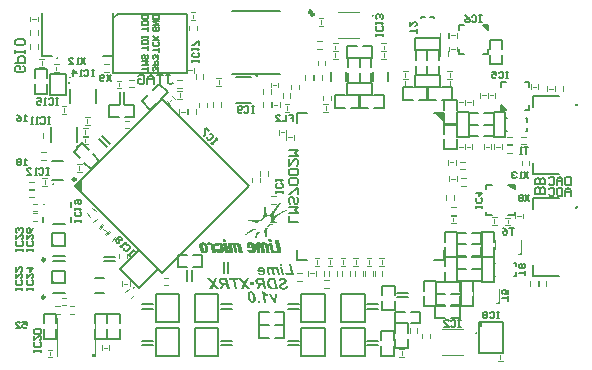
<source format=gbo>
G04*
G04 #@! TF.GenerationSoftware,Altium Limited,Altium Designer,19.1.6 (110)*
G04*
G04 Layer_Color=32896*
%FSLAX44Y44*%
%MOMM*%
G71*
G01*
G75*
%ADD11C,0.2000*%
%ADD12C,0.2540*%
%ADD13C,0.1500*%
%ADD14C,0.2500*%
%ADD15C,0.1000*%
%ADD16C,0.1270*%
%ADD202C,0.0762*%
G36*
X57750Y6750D02*
X55750D01*
Y4750D01*
X57750D01*
Y6750D01*
D02*
G37*
G36*
X22000Y69250D02*
X22000Y66250D01*
X25000Y66250D01*
X22000Y69250D01*
D02*
G37*
G36*
Y101000D02*
X22000Y98000D01*
X25000Y98000D01*
X22000Y101000D01*
D02*
G37*
G36*
X45778Y143850D02*
Y153150D01*
X41128Y148500D01*
X45778Y143850D01*
D02*
G37*
G36*
X385750Y33500D02*
Y29500D01*
X383500D01*
Y33500D01*
X385750D01*
D02*
G37*
G36*
X413375Y146250D02*
Y149000D01*
X408000D01*
X413375Y146250D01*
D02*
G37*
G36*
X353646Y202499D02*
X353645Y210500D01*
X345646Y210499D01*
X353646Y202499D01*
D02*
G37*
G36*
X401750Y216750D02*
Y212750D01*
X405750D01*
X401750Y216750D01*
D02*
G37*
G36*
X390500Y280750D02*
Y284750D01*
X386500D01*
X390500Y280750D01*
D02*
G37*
G36*
X212805Y61000D02*
X208977D01*
X208769Y61014D01*
X208589Y61028D01*
X208408D01*
X208256Y61042D01*
X208117Y61056D01*
X207992Y61069D01*
X207881Y61083D01*
X207784Y61097D01*
X207701Y61111D01*
X207632D01*
X207590Y61125D01*
X207548Y61139D01*
X207521D01*
X207132Y61250D01*
X206786Y61375D01*
X206481Y61513D01*
X206231Y61638D01*
X206023Y61763D01*
X205940Y61804D01*
X205870Y61860D01*
X205815Y61888D01*
X205773Y61915D01*
X205759Y61943D01*
X205746D01*
X205427Y62234D01*
X205135Y62540D01*
X204872Y62859D01*
X204664Y63164D01*
X204484Y63441D01*
X204414Y63552D01*
X204359Y63663D01*
X204303Y63746D01*
X204275Y63801D01*
X204248Y63843D01*
Y63857D01*
X204137Y64093D01*
X204053Y64328D01*
X203901Y64800D01*
X203790Y65258D01*
X203762Y65480D01*
X203721Y65688D01*
X203707Y65882D01*
X203679Y66062D01*
X203665Y66215D01*
Y66353D01*
X203651Y66464D01*
Y66547D01*
Y66603D01*
Y66617D01*
Y66880D01*
X203679Y67116D01*
X203693Y67352D01*
X203721Y67546D01*
X203748Y67699D01*
X203776Y67823D01*
X203790Y67907D01*
X203804Y67934D01*
X203859Y68156D01*
X203929Y68364D01*
X204012Y68545D01*
X204081Y68697D01*
X204137Y68822D01*
X204192Y68919D01*
X204220Y68988D01*
X204234Y69002D01*
X204345Y69169D01*
X204456Y69321D01*
X204567Y69460D01*
X204664Y69571D01*
X204761Y69668D01*
X204830Y69737D01*
X204886Y69779D01*
X204900Y69793D01*
X205052Y69917D01*
X205191Y70015D01*
X205343Y70098D01*
X205468Y70181D01*
X205593Y70237D01*
X205676Y70278D01*
X205732Y70292D01*
X205759Y70306D01*
X206120Y70431D01*
X206300Y70472D01*
X206467Y70500D01*
X206619Y70528D01*
X206730Y70542D01*
X206800Y70556D01*
X206827D01*
X206897Y70569D01*
X206966D01*
X207160Y70583D01*
X207396D01*
X207632Y70597D01*
X210794D01*
X212805Y61000D01*
D02*
G37*
G36*
X203097D02*
X201141D01*
X200309Y64967D01*
X199505D01*
X199255Y64953D01*
X199047Y64939D01*
X198881Y64911D01*
X198742Y64869D01*
X198645Y64828D01*
X198575Y64800D01*
X198534Y64786D01*
X198520Y64772D01*
X198437Y64703D01*
X198354Y64634D01*
X198187Y64440D01*
X198048Y64232D01*
X197924Y64023D01*
X197813Y63829D01*
X197730Y63677D01*
X197702Y63607D01*
X197674Y63566D01*
X197660Y63538D01*
Y63524D01*
X197521Y63219D01*
X197397Y62928D01*
X197286Y62650D01*
X197189Y62401D01*
X197092Y62179D01*
X197008Y61971D01*
X196939Y61791D01*
X196870Y61624D01*
X196814Y61472D01*
X196773Y61347D01*
X196731Y61236D01*
X196703Y61153D01*
X196676Y61083D01*
X196662Y61042D01*
X196648Y61014D01*
Y61000D01*
X194526D01*
X194678Y61375D01*
X194831Y61721D01*
X194970Y62054D01*
X195108Y62359D01*
X195233Y62650D01*
X195358Y62914D01*
X195469Y63150D01*
X195580Y63358D01*
X195677Y63552D01*
X195760Y63718D01*
X195830Y63857D01*
X195899Y63968D01*
X195940Y64065D01*
X195982Y64120D01*
X195996Y64162D01*
X196010Y64176D01*
X196135Y64370D01*
X196259Y64550D01*
X196384Y64703D01*
X196481Y64842D01*
X196579Y64939D01*
X196648Y65022D01*
X196703Y65064D01*
X196717Y65077D01*
X196454Y65119D01*
X196190Y65174D01*
X195954Y65230D01*
X195746Y65299D01*
X195538Y65382D01*
X195358Y65466D01*
X195192Y65549D01*
X195053Y65632D01*
X194914Y65715D01*
X194803Y65785D01*
X194720Y65854D01*
X194637Y65923D01*
X194581Y65979D01*
X194526Y66020D01*
X194512Y66034D01*
X194498Y66048D01*
X194373Y66201D01*
X194249Y66367D01*
X194151Y66534D01*
X194068Y66700D01*
X193944Y67047D01*
X193860Y67366D01*
X193819Y67504D01*
X193805Y67643D01*
X193791Y67768D01*
X193777Y67865D01*
X193763Y67962D01*
Y68018D01*
Y68059D01*
Y68073D01*
X193777Y68378D01*
X193819Y68669D01*
X193888Y68919D01*
X193957Y69127D01*
X194027Y69293D01*
X194096Y69418D01*
X194138Y69502D01*
X194151Y69529D01*
X194304Y69737D01*
X194457Y69917D01*
X194623Y70056D01*
X194790Y70181D01*
X194928Y70264D01*
X195039Y70320D01*
X195108Y70347D01*
X195122Y70361D01*
X195136D01*
X195386Y70444D01*
X195663Y70500D01*
X195940Y70542D01*
X196218Y70569D01*
X196467Y70583D01*
X196565Y70597D01*
X201086D01*
X203097Y61000D01*
D02*
G37*
G36*
X217201Y70764D02*
X217478Y70750D01*
X217742Y70708D01*
X217991Y70652D01*
X218227Y70597D01*
X218435Y70528D01*
X218615Y70444D01*
X218782Y70375D01*
X218934Y70306D01*
X219073Y70223D01*
X219184Y70153D01*
X219267Y70098D01*
X219336Y70042D01*
X219392Y70015D01*
X219420Y69987D01*
X219434Y69973D01*
X219586Y69820D01*
X219725Y69654D01*
X219836Y69488D01*
X219933Y69321D01*
X220016Y69141D01*
X220099Y68974D01*
X220196Y68656D01*
X220238Y68517D01*
X220266Y68378D01*
X220280Y68253D01*
X220293Y68156D01*
X220307Y68073D01*
Y68004D01*
Y67962D01*
Y67948D01*
X220293Y67699D01*
X220266Y67463D01*
X220210Y67255D01*
X220155Y67074D01*
X220113Y66936D01*
X220058Y66825D01*
X220030Y66755D01*
X220016Y66728D01*
X219891Y66547D01*
X219766Y66381D01*
X219628Y66228D01*
X219503Y66118D01*
X219392Y66020D01*
X219295Y65937D01*
X219239Y65896D01*
X219212Y65882D01*
X219115Y65826D01*
X218990Y65757D01*
X218740Y65618D01*
X218463Y65493D01*
X218199Y65355D01*
X217964Y65244D01*
X217853Y65202D01*
X217756Y65161D01*
X217686Y65119D01*
X217631Y65105D01*
X217589Y65077D01*
X217575D01*
X217381Y64994D01*
X217187Y64911D01*
X217034Y64828D01*
X216882Y64759D01*
X216757Y64703D01*
X216646Y64647D01*
X216549Y64592D01*
X216466Y64537D01*
X216341Y64467D01*
X216258Y64412D01*
X216216Y64384D01*
X216202Y64370D01*
X216077Y64259D01*
X215994Y64134D01*
X215925Y64010D01*
X215883Y63899D01*
X215856Y63801D01*
X215842Y63718D01*
Y63663D01*
Y63649D01*
X215856Y63469D01*
X215911Y63316D01*
X215980Y63177D01*
X216064Y63053D01*
X216147Y62956D01*
X216216Y62872D01*
X216272Y62831D01*
X216285Y62817D01*
X216466Y62706D01*
X216688Y62623D01*
X216923Y62553D01*
X217145Y62512D01*
X217353Y62484D01*
X217450D01*
X217534Y62470D01*
X217894D01*
X218088Y62498D01*
X218269Y62512D01*
X218421Y62553D01*
X218574Y62581D01*
X218699Y62623D01*
X218823Y62678D01*
X218920Y62720D01*
X219087Y62817D01*
X219198Y62886D01*
X219253Y62942D01*
X219281Y62969D01*
X219378Y63108D01*
X219447Y63288D01*
X219503Y63496D01*
X219531Y63705D01*
X219558Y63885D01*
X219572Y64051D01*
X219586Y64107D01*
Y64148D01*
Y64176D01*
Y64190D01*
X221472Y64079D01*
X221458Y63732D01*
X221431Y63413D01*
X221375Y63122D01*
X221306Y62872D01*
X221236Y62664D01*
X221209Y62581D01*
X221181Y62512D01*
X221153Y62442D01*
X221139Y62401D01*
X221126Y62387D01*
Y62373D01*
X220959Y62110D01*
X220765Y61888D01*
X220557Y61680D01*
X220349Y61527D01*
X220155Y61388D01*
X220002Y61305D01*
X219933Y61264D01*
X219891Y61236D01*
X219863Y61222D01*
X219850D01*
X219503Y61083D01*
X219128Y60986D01*
X218768Y60917D01*
X218435Y60875D01*
X218283Y60848D01*
X218144D01*
X218019Y60834D01*
X217908Y60820D01*
X217700D01*
X217367Y60834D01*
X217062Y60861D01*
X216771Y60903D01*
X216507Y60958D01*
X216258Y61028D01*
X216022Y61111D01*
X215814Y61180D01*
X215634Y61277D01*
X215453Y61361D01*
X215315Y61430D01*
X215190Y61513D01*
X215079Y61583D01*
X215010Y61638D01*
X214940Y61680D01*
X214912Y61707D01*
X214899Y61721D01*
X214718Y61902D01*
X214566Y62068D01*
X214427Y62262D01*
X214316Y62442D01*
X214219Y62623D01*
X214136Y62803D01*
X214067Y62983D01*
X214011Y63150D01*
X213969Y63302D01*
X213942Y63441D01*
X213914Y63580D01*
X213900Y63691D01*
X213886Y63774D01*
Y63843D01*
Y63885D01*
Y63899D01*
X213900Y64093D01*
X213914Y64259D01*
X213997Y64592D01*
X214094Y64883D01*
X214219Y65119D01*
X214344Y65313D01*
X214455Y65466D01*
X214496Y65507D01*
X214538Y65549D01*
X214552Y65563D01*
X214566Y65577D01*
X214663Y65660D01*
X214788Y65757D01*
X214926Y65854D01*
X215093Y65951D01*
X215439Y66145D01*
X215800Y66326D01*
X216133Y66492D01*
X216285Y66561D01*
X216424Y66631D01*
X216535Y66672D01*
X216618Y66714D01*
X216674Y66728D01*
X216688Y66742D01*
X216882Y66825D01*
X217062Y66908D01*
X217229Y66991D01*
X217367Y67061D01*
X217506Y67130D01*
X217617Y67199D01*
X217714Y67255D01*
X217811Y67310D01*
X217950Y67393D01*
X218033Y67449D01*
X218088Y67491D01*
X218102Y67504D01*
X218213Y67615D01*
X218283Y67726D01*
X218338Y67837D01*
X218380Y67948D01*
X218407Y68045D01*
X218421Y68115D01*
Y68170D01*
Y68184D01*
X218407Y68337D01*
X218366Y68489D01*
X218310Y68614D01*
X218241Y68725D01*
X218185Y68808D01*
X218130Y68864D01*
X218088Y68905D01*
X218074Y68919D01*
X217922Y69016D01*
X217742Y69085D01*
X217547Y69141D01*
X217367Y69169D01*
X217187Y69196D01*
X217048Y69210D01*
X216910D01*
X216618Y69196D01*
X216355Y69155D01*
X216133Y69085D01*
X215966Y69030D01*
X215828Y68961D01*
X215731Y68891D01*
X215661Y68850D01*
X215648Y68836D01*
X215495Y68683D01*
X215384Y68517D01*
X215301Y68337D01*
X215231Y68170D01*
X215190Y68018D01*
X215148Y67893D01*
X215134Y67810D01*
Y67796D01*
Y67782D01*
X213248Y67865D01*
X213276Y68101D01*
X213318Y68337D01*
X213373Y68545D01*
X213442Y68753D01*
X213526Y68933D01*
X213609Y69113D01*
X213706Y69266D01*
X213803Y69418D01*
X213886Y69543D01*
X213969Y69654D01*
X214053Y69751D01*
X214122Y69834D01*
X214191Y69890D01*
X214233Y69931D01*
X214261Y69959D01*
X214275Y69973D01*
X214455Y70112D01*
X214649Y70237D01*
X214857Y70347D01*
X215079Y70444D01*
X215287Y70514D01*
X215509Y70583D01*
X215939Y70680D01*
X216133Y70708D01*
X216313Y70736D01*
X216480Y70750D01*
X216618Y70764D01*
X216729Y70777D01*
X216896D01*
X217201Y70764D01*
D02*
G37*
G36*
X216459Y80905D02*
X214587D01*
X214240Y82597D01*
X216098D01*
X216459Y80905D01*
D02*
G37*
G36*
X209400Y80101D02*
X209622Y80073D01*
X209816Y80017D01*
X210024Y79962D01*
X210385Y79796D01*
X210717Y79615D01*
X210870Y79518D01*
X210995Y79435D01*
X211106Y79352D01*
X211203Y79269D01*
X211286Y79213D01*
X211341Y79158D01*
X211369Y79130D01*
X211383Y79116D01*
X211217Y79962D01*
X212978D01*
X214434Y73000D01*
X212576D01*
X211910Y76190D01*
X211868Y76342D01*
X211841Y76481D01*
X211785Y76703D01*
X211730Y76897D01*
X211702Y77036D01*
X211674Y77133D01*
X211646Y77202D01*
X211633Y77244D01*
Y77258D01*
X211563Y77438D01*
X211494Y77590D01*
X211425Y77743D01*
X211355Y77854D01*
X211300Y77951D01*
X211258Y78020D01*
X211231Y78062D01*
X211217Y78076D01*
X211119Y78187D01*
X211022Y78284D01*
X210925Y78381D01*
X210828Y78450D01*
X210759Y78506D01*
X210690Y78547D01*
X210648Y78561D01*
X210634Y78575D01*
X210509Y78644D01*
X210398Y78686D01*
X210287Y78728D01*
X210190Y78742D01*
X210107Y78755D01*
X210052Y78769D01*
X209996D01*
X209871Y78755D01*
X209774Y78742D01*
X209691Y78714D01*
X209608Y78686D01*
X209552Y78644D01*
X209511Y78617D01*
X209497Y78603D01*
X209483Y78589D01*
X209414Y78520D01*
X209372Y78436D01*
X209317Y78298D01*
X209303Y78229D01*
X209289Y78173D01*
Y78145D01*
Y78131D01*
Y78034D01*
X209317Y77896D01*
X209331Y77743D01*
X209358Y77577D01*
X209386Y77438D01*
X209414Y77313D01*
X209428Y77216D01*
X209441Y77202D01*
Y77188D01*
X210315Y73000D01*
X208457D01*
X207791Y76148D01*
X207736Y76398D01*
X207680Y76620D01*
X207625Y76828D01*
X207555Y77008D01*
X207500Y77175D01*
X207444Y77327D01*
X207389Y77466D01*
X207333Y77590D01*
X207292Y77688D01*
X207236Y77785D01*
X207195Y77854D01*
X207167Y77923D01*
X207139Y77965D01*
X207111Y77993D01*
X207098Y78020D01*
X206987Y78159D01*
X206890Y78270D01*
X206779Y78367D01*
X206668Y78450D01*
X206446Y78589D01*
X206252Y78672D01*
X206085Y78728D01*
X205947Y78755D01*
X205891Y78769D01*
X205822D01*
X205697Y78755D01*
X205600Y78742D01*
X205503Y78714D01*
X205434Y78686D01*
X205378Y78644D01*
X205336Y78617D01*
X205322Y78603D01*
X205309Y78589D01*
X205253Y78520D01*
X205198Y78450D01*
X205156Y78298D01*
X205142Y78229D01*
X205128Y78187D01*
Y78145D01*
Y78131D01*
Y78104D01*
Y78062D01*
X205156Y77951D01*
X205184Y77799D01*
X205212Y77646D01*
X205239Y77493D01*
X205267Y77355D01*
X205281Y77299D01*
Y77271D01*
X205295Y77244D01*
Y77230D01*
X206196Y73000D01*
X204338D01*
X203423Y77230D01*
X203353Y77535D01*
X203312Y77799D01*
X203270Y78020D01*
X203256Y78187D01*
X203242Y78312D01*
X203228Y78409D01*
Y78464D01*
Y78478D01*
X203242Y78742D01*
X203298Y78977D01*
X203381Y79172D01*
X203464Y79338D01*
X203547Y79477D01*
X203631Y79574D01*
X203686Y79643D01*
X203700Y79657D01*
X203880Y79809D01*
X204088Y79920D01*
X204310Y80004D01*
X204518Y80059D01*
X204698Y80087D01*
X204851Y80115D01*
X204990D01*
X205267Y80101D01*
X205517Y80059D01*
X205766Y80004D01*
X205974Y79934D01*
X206155Y79865D01*
X206279Y79809D01*
X206335Y79782D01*
X206376Y79768D01*
X206390Y79754D01*
X206404D01*
X206640Y79615D01*
X206848Y79463D01*
X207015Y79324D01*
X207167Y79185D01*
X207278Y79061D01*
X207361Y78963D01*
X207417Y78908D01*
X207430Y78880D01*
X207486Y79088D01*
X207569Y79255D01*
X207666Y79421D01*
X207750Y79546D01*
X207847Y79643D01*
X207916Y79726D01*
X207971Y79768D01*
X207985Y79782D01*
X208152Y79893D01*
X208346Y79976D01*
X208554Y80031D01*
X208748Y80073D01*
X208914Y80101D01*
X209067Y80115D01*
X209192D01*
X209400Y80101D01*
D02*
G37*
G36*
X198707D02*
X199054Y80045D01*
X199373Y79976D01*
X199664Y79879D01*
X199942Y79768D01*
X200191Y79643D01*
X200427Y79504D01*
X200635Y79366D01*
X200815Y79213D01*
X200982Y79088D01*
X201106Y78950D01*
X201231Y78839D01*
X201315Y78742D01*
X201370Y78672D01*
X201412Y78617D01*
X201425Y78603D01*
X201564Y78395D01*
X201689Y78173D01*
X201786Y77951D01*
X201883Y77729D01*
X201952Y77507D01*
X202022Y77299D01*
X202119Y76911D01*
X202147Y76731D01*
X202174Y76564D01*
X202188Y76412D01*
X202202Y76287D01*
X202216Y76190D01*
Y76121D01*
Y76065D01*
Y76051D01*
X202202Y75788D01*
X202174Y75538D01*
X202133Y75288D01*
X202077Y75066D01*
X202008Y74858D01*
X201939Y74664D01*
X201855Y74498D01*
X201772Y74331D01*
X201703Y74193D01*
X201620Y74068D01*
X201550Y73957D01*
X201481Y73874D01*
X201425Y73804D01*
X201384Y73749D01*
X201356Y73721D01*
X201342Y73707D01*
X201176Y73555D01*
X200996Y73416D01*
X200801Y73291D01*
X200621Y73194D01*
X200427Y73111D01*
X200233Y73042D01*
X199872Y72931D01*
X199706Y72889D01*
X199553Y72861D01*
X199415Y72847D01*
X199290Y72834D01*
X199193Y72820D01*
X199054D01*
X198680Y72847D01*
X198347Y72903D01*
X198028Y72972D01*
X197764Y73069D01*
X197528Y73166D01*
X197445Y73208D01*
X197362Y73236D01*
X197307Y73278D01*
X197265Y73291D01*
X197237Y73319D01*
X197223D01*
X196932Y73527D01*
X196669Y73777D01*
X196433Y74026D01*
X196239Y74276D01*
X196100Y74512D01*
X196031Y74609D01*
X195989Y74692D01*
X195947Y74761D01*
X195920Y74817D01*
X195892Y74845D01*
Y74858D01*
X197570Y75136D01*
X197667Y74969D01*
X197778Y74817D01*
X197903Y74692D01*
X198028Y74581D01*
X198139Y74484D01*
X198263Y74401D01*
X198388Y74331D01*
X198499Y74290D01*
X198707Y74220D01*
X198804Y74193D01*
X198888Y74179D01*
X198943Y74165D01*
X199040D01*
X199248Y74179D01*
X199442Y74234D01*
X199609Y74304D01*
X199747Y74373D01*
X199872Y74456D01*
X199956Y74512D01*
X200011Y74567D01*
X200025Y74581D01*
X200150Y74748D01*
X200247Y74942D01*
X200316Y75122D01*
X200358Y75302D01*
X200385Y75469D01*
X200413Y75594D01*
Y75677D01*
Y75691D01*
Y75704D01*
Y75760D01*
X200399Y75815D01*
Y75871D01*
Y75885D01*
X195684D01*
X195601Y76301D01*
X195573Y76509D01*
X195559Y76703D01*
X195545Y76856D01*
Y76994D01*
Y77077D01*
Y77091D01*
Y77105D01*
X195559Y77369D01*
X195573Y77604D01*
X195615Y77840D01*
X195670Y78048D01*
X195726Y78256D01*
X195781Y78436D01*
X195850Y78603D01*
X195920Y78755D01*
X196003Y78880D01*
X196072Y79005D01*
X196128Y79102D01*
X196183Y79185D01*
X196239Y79241D01*
X196280Y79282D01*
X196294Y79310D01*
X196308Y79324D01*
X196461Y79463D01*
X196613Y79588D01*
X196780Y79685D01*
X196946Y79782D01*
X197112Y79865D01*
X197279Y79920D01*
X197612Y80017D01*
X197764Y80045D01*
X197903Y80073D01*
X198028Y80087D01*
X198139Y80101D01*
X198222Y80115D01*
X198347D01*
X198707Y80101D01*
D02*
G37*
G36*
X226250Y73000D02*
X219371D01*
X219038Y74609D01*
X223948D01*
X222270Y82597D01*
X224239D01*
X226250Y73000D01*
D02*
G37*
G36*
X218109D02*
X216251D01*
X214781Y79962D01*
X216653D01*
X218109Y73000D01*
D02*
G37*
G36*
X200615Y59139D02*
X200892Y58889D01*
X201197Y58653D01*
X201502Y58418D01*
X201807Y58210D01*
X202127Y58002D01*
X202432Y57807D01*
X202723Y57641D01*
X203000Y57475D01*
X203264Y57336D01*
X203500Y57225D01*
X203694Y57128D01*
X203860Y57045D01*
X203985Y56975D01*
X204068Y56948D01*
X204082Y56934D01*
X204096D01*
X204456Y55256D01*
X204221Y55311D01*
X203999Y55381D01*
X203763Y55450D01*
X203555Y55519D01*
X203375Y55588D01*
X203222Y55630D01*
X203167Y55658D01*
X203125Y55672D01*
X203111Y55686D01*
X203097D01*
X202820Y55810D01*
X202556Y55935D01*
X202321Y56046D01*
X202127Y56157D01*
X201960Y56254D01*
X201835Y56324D01*
X201766Y56379D01*
X201738Y56393D01*
X203125Y49750D01*
X201239D01*
X199214Y59402D01*
X200351D01*
X200615Y59139D01*
D02*
G37*
G36*
X211113Y49750D02*
X209505D01*
X205219Y56712D01*
X207244D01*
X208978Y53758D01*
X209019Y53675D01*
X209088Y53550D01*
X209172Y53411D01*
X209255Y53259D01*
X209338Y53106D01*
X209407Y52981D01*
X209463Y52898D01*
X209477Y52884D01*
Y52870D01*
X209546Y52745D01*
X209615Y52621D01*
X209713Y52427D01*
X209796Y52288D01*
X209851Y52177D01*
X209893Y52108D01*
X209921Y52066D01*
X209934Y52038D01*
X209948Y52121D01*
X209962Y52218D01*
X209990Y52454D01*
X210032Y52718D01*
X210073Y52995D01*
X210115Y53245D01*
X210142Y53370D01*
X210156Y53467D01*
X210170Y53550D01*
Y53605D01*
X210184Y53647D01*
Y53661D01*
X210656Y56712D01*
X212500D01*
X211113Y49750D01*
D02*
G37*
G36*
X197980D02*
X196122D01*
X195761Y51567D01*
X197619D01*
X197980Y49750D01*
D02*
G37*
G36*
X190089Y59388D02*
X190297Y59361D01*
X190491Y59319D01*
X190685Y59264D01*
X191046Y59125D01*
X191351Y58959D01*
X191489Y58875D01*
X191614Y58792D01*
X191725Y58723D01*
X191808Y58653D01*
X191878Y58598D01*
X191933Y58556D01*
X191961Y58529D01*
X191975Y58515D01*
X192141Y58334D01*
X192308Y58140D01*
X192474Y57932D01*
X192613Y57710D01*
X192876Y57267D01*
X193098Y56823D01*
X193195Y56615D01*
X193279Y56421D01*
X193362Y56254D01*
X193417Y56102D01*
X193459Y55977D01*
X193500Y55880D01*
X193514Y55824D01*
X193528Y55797D01*
X193694Y55242D01*
X193806Y54715D01*
X193889Y54216D01*
X193930Y53980D01*
X193958Y53772D01*
X193972Y53578D01*
X193986Y53397D01*
X194000Y53245D01*
Y53106D01*
X194014Y52995D01*
Y52926D01*
Y52870D01*
Y52856D01*
X194000Y52565D01*
X193986Y52288D01*
X193944Y52038D01*
X193902Y51803D01*
X193833Y51581D01*
X193778Y51386D01*
X193708Y51206D01*
X193639Y51040D01*
X193570Y50887D01*
X193500Y50762D01*
X193431Y50665D01*
X193375Y50568D01*
X193334Y50499D01*
X193292Y50457D01*
X193279Y50430D01*
X193265Y50416D01*
X193112Y50263D01*
X192959Y50138D01*
X192807Y50027D01*
X192640Y49930D01*
X192474Y49847D01*
X192321Y49778D01*
X192016Y49681D01*
X191739Y49611D01*
X191628Y49597D01*
X191531Y49584D01*
X191448Y49570D01*
X191337D01*
X191115Y49584D01*
X190907Y49611D01*
X190699Y49653D01*
X190505Y49708D01*
X190158Y49847D01*
X189839Y50013D01*
X189700Y50083D01*
X189590Y50166D01*
X189478Y50235D01*
X189395Y50305D01*
X189326Y50360D01*
X189270Y50402D01*
X189243Y50430D01*
X189229Y50443D01*
X189062Y50610D01*
X188896Y50804D01*
X188605Y51206D01*
X188355Y51622D01*
X188133Y52024D01*
X188050Y52218D01*
X187967Y52385D01*
X187897Y52551D01*
X187842Y52690D01*
X187800Y52801D01*
X187773Y52884D01*
X187745Y52940D01*
Y52954D01*
X187565Y53564D01*
X187426Y54146D01*
X187370Y54410D01*
X187329Y54673D01*
X187287Y54909D01*
X187260Y55145D01*
X187232Y55353D01*
X187218Y55533D01*
X187204Y55700D01*
Y55824D01*
X187190Y55935D01*
Y56019D01*
Y56074D01*
Y56088D01*
X187204Y56379D01*
X187218Y56656D01*
X187260Y56906D01*
X187315Y57156D01*
X187370Y57364D01*
X187426Y57572D01*
X187495Y57752D01*
X187565Y57918D01*
X187648Y58071D01*
X187717Y58196D01*
X187773Y58293D01*
X187828Y58390D01*
X187884Y58459D01*
X187925Y58501D01*
X187939Y58529D01*
X187953Y58542D01*
X188092Y58695D01*
X188244Y58820D01*
X188411Y58945D01*
X188563Y59042D01*
X188730Y59125D01*
X188882Y59194D01*
X189187Y59291D01*
X189465Y59361D01*
X189576Y59375D01*
X189673Y59388D01*
X189756Y59402D01*
X189867D01*
X190089Y59388D01*
D02*
G37*
G36*
X186006Y65840D02*
X190250Y61000D01*
X187698D01*
X186381Y62442D01*
X186200Y62650D01*
X186020Y62845D01*
X185868Y63011D01*
X185743Y63177D01*
X185618Y63316D01*
X185507Y63441D01*
X185424Y63552D01*
X185341Y63649D01*
X185216Y63801D01*
X185133Y63913D01*
X185091Y63968D01*
X185077Y63982D01*
X185035Y63885D01*
X184994Y63774D01*
X184883Y63538D01*
X184758Y63274D01*
X184633Y63011D01*
X184508Y62775D01*
X184453Y62678D01*
X184411Y62581D01*
X184370Y62512D01*
X184342Y62456D01*
X184314Y62415D01*
Y62401D01*
X183579Y61000D01*
X181346D01*
X183718Y65549D01*
X179322Y70597D01*
X181832D01*
X183330Y68933D01*
X183538Y68697D01*
X183760Y68434D01*
X183981Y68170D01*
X184203Y67934D01*
X184384Y67712D01*
X184467Y67615D01*
X184522Y67532D01*
X184578Y67477D01*
X184619Y67421D01*
X184647Y67393D01*
X184661Y67380D01*
X184689Y67449D01*
X184716Y67504D01*
X184730Y67532D01*
X184744Y67546D01*
X184855Y67754D01*
X184938Y67948D01*
X185022Y68115D01*
X185091Y68253D01*
X185160Y68378D01*
X185202Y68475D01*
X185257Y68572D01*
X185285Y68642D01*
X185313Y68697D01*
X185341Y68739D01*
X185368Y68808D01*
X185382Y68836D01*
X186325Y70597D01*
X188392D01*
X186006Y65840D01*
D02*
G37*
G36*
X159185D02*
X163428Y61000D01*
X160877D01*
X159559Y62442D01*
X159379Y62650D01*
X159199Y62845D01*
X159046Y63011D01*
X158921Y63177D01*
X158797Y63316D01*
X158686Y63441D01*
X158602Y63552D01*
X158519Y63649D01*
X158394Y63801D01*
X158311Y63913D01*
X158270Y63968D01*
X158256Y63982D01*
X158214Y63885D01*
X158172Y63774D01*
X158061Y63538D01*
X157937Y63274D01*
X157812Y63011D01*
X157687Y62775D01*
X157632Y62678D01*
X157590Y62581D01*
X157548Y62512D01*
X157521Y62456D01*
X157493Y62415D01*
Y62401D01*
X156758Y61000D01*
X154525D01*
X156896Y65549D01*
X152500Y70597D01*
X155010D01*
X156508Y68933D01*
X156716Y68697D01*
X156938Y68434D01*
X157160Y68170D01*
X157382Y67934D01*
X157562Y67712D01*
X157645Y67615D01*
X157701Y67532D01*
X157756Y67477D01*
X157798Y67421D01*
X157826Y67393D01*
X157839Y67380D01*
X157867Y67449D01*
X157895Y67504D01*
X157909Y67532D01*
X157923Y67546D01*
X158034Y67754D01*
X158117Y67948D01*
X158200Y68115D01*
X158270Y68253D01*
X158339Y68378D01*
X158380Y68475D01*
X158436Y68572D01*
X158464Y68642D01*
X158491Y68697D01*
X158519Y68739D01*
X158547Y68808D01*
X158561Y68836D01*
X159504Y70597D01*
X161570D01*
X159185Y65840D01*
D02*
G37*
G36*
X179280Y68988D02*
X176479D01*
X178143Y61000D01*
X176174D01*
X174509Y68988D01*
X171708D01*
X171389Y70597D01*
X178961D01*
X179280Y68988D01*
D02*
G37*
G36*
X172096Y61000D02*
X170141D01*
X169309Y64967D01*
X168504D01*
X168255Y64953D01*
X168047Y64939D01*
X167880Y64911D01*
X167742Y64869D01*
X167645Y64828D01*
X167575Y64800D01*
X167533Y64786D01*
X167520Y64772D01*
X167437Y64703D01*
X167353Y64634D01*
X167187Y64440D01*
X167048Y64231D01*
X166923Y64023D01*
X166812Y63829D01*
X166729Y63677D01*
X166701Y63607D01*
X166674Y63566D01*
X166660Y63538D01*
Y63524D01*
X166521Y63219D01*
X166396Y62928D01*
X166285Y62650D01*
X166188Y62401D01*
X166091Y62179D01*
X166008Y61971D01*
X165939Y61791D01*
X165869Y61624D01*
X165814Y61472D01*
X165772Y61347D01*
X165731Y61236D01*
X165703Y61153D01*
X165675Y61083D01*
X165661Y61042D01*
X165647Y61014D01*
Y61000D01*
X163526D01*
X163678Y61375D01*
X163831Y61721D01*
X163969Y62054D01*
X164108Y62359D01*
X164233Y62650D01*
X164358Y62914D01*
X164469Y63150D01*
X164580Y63358D01*
X164677Y63552D01*
X164760Y63718D01*
X164829Y63857D01*
X164899Y63968D01*
X164940Y64065D01*
X164982Y64120D01*
X164996Y64162D01*
X165009Y64176D01*
X165134Y64370D01*
X165259Y64550D01*
X165384Y64703D01*
X165481Y64842D01*
X165578Y64939D01*
X165647Y65022D01*
X165703Y65064D01*
X165717Y65077D01*
X165453Y65119D01*
X165190Y65174D01*
X164954Y65230D01*
X164746Y65299D01*
X164538Y65382D01*
X164358Y65466D01*
X164191Y65549D01*
X164053Y65632D01*
X163914Y65715D01*
X163803Y65785D01*
X163720Y65854D01*
X163636Y65923D01*
X163581Y65979D01*
X163526Y66020D01*
X163512Y66034D01*
X163498Y66048D01*
X163373Y66201D01*
X163248Y66367D01*
X163151Y66534D01*
X163068Y66700D01*
X162943Y67047D01*
X162860Y67366D01*
X162818Y67504D01*
X162804Y67643D01*
X162791Y67768D01*
X162777Y67865D01*
X162763Y67962D01*
Y68018D01*
Y68059D01*
Y68073D01*
X162777Y68378D01*
X162818Y68669D01*
X162888Y68919D01*
X162957Y69127D01*
X163026Y69293D01*
X163096Y69418D01*
X163137Y69501D01*
X163151Y69529D01*
X163304Y69737D01*
X163456Y69917D01*
X163623Y70056D01*
X163789Y70181D01*
X163928Y70264D01*
X164039Y70320D01*
X164108Y70347D01*
X164122Y70361D01*
X164136D01*
X164385Y70444D01*
X164663Y70500D01*
X164940Y70542D01*
X165217Y70569D01*
X165467Y70583D01*
X165564Y70597D01*
X170085D01*
X172096Y61000D01*
D02*
G37*
G36*
X193000Y65157D02*
X189352D01*
X188992Y66974D01*
X192639D01*
X193000Y65157D01*
D02*
G37*
%LPC*%
G36*
X209157Y69016D02*
X207701D01*
X207451Y69002D01*
X207243Y68974D01*
X207077Y68961D01*
X206952Y68933D01*
X206869Y68905D01*
X206813Y68891D01*
X206800D01*
X206619Y68808D01*
X206453Y68711D01*
X206314Y68600D01*
X206189Y68489D01*
X206092Y68378D01*
X206023Y68295D01*
X205981Y68239D01*
X205967Y68212D01*
X205856Y68004D01*
X205773Y67754D01*
X205718Y67504D01*
X205676Y67255D01*
X205648Y67019D01*
Y66922D01*
X205634Y66839D01*
Y66769D01*
Y66714D01*
Y66686D01*
Y66672D01*
X205648Y66242D01*
X205690Y65840D01*
X205759Y65480D01*
X205801Y65313D01*
X205829Y65174D01*
X205870Y65036D01*
X205912Y64925D01*
X205940Y64828D01*
X205967Y64731D01*
X205995Y64675D01*
X206023Y64620D01*
X206037Y64592D01*
Y64578D01*
X206189Y64273D01*
X206356Y63996D01*
X206522Y63746D01*
X206688Y63538D01*
X206827Y63386D01*
X206938Y63261D01*
X207008Y63191D01*
X207021Y63164D01*
X207035D01*
X207188Y63039D01*
X207340Y62928D01*
X207493Y62845D01*
X207632Y62775D01*
X207756Y62734D01*
X207854Y62692D01*
X207909Y62678D01*
X207937Y62664D01*
X208034Y62637D01*
X208145Y62623D01*
X208394Y62595D01*
X208644Y62567D01*
X208908Y62553D01*
X209143D01*
X209254Y62540D01*
X210516D01*
X209157Y69016D01*
D02*
G37*
G36*
X199463Y68988D02*
X196994D01*
X196759Y68961D01*
X196551Y68933D01*
X196398Y68905D01*
X196287Y68877D01*
X196218Y68850D01*
X196176Y68836D01*
X196162Y68822D01*
X196024Y68711D01*
X195913Y68586D01*
X195843Y68461D01*
X195788Y68337D01*
X195760Y68226D01*
X195732Y68128D01*
Y68073D01*
Y68045D01*
X195746Y67879D01*
X195774Y67712D01*
X195830Y67574D01*
X195885Y67449D01*
X195940Y67338D01*
X195996Y67255D01*
X196024Y67199D01*
X196038Y67185D01*
X196162Y67047D01*
X196287Y66922D01*
X196426Y66825D01*
X196551Y66742D01*
X196676Y66672D01*
X196773Y66631D01*
X196828Y66603D01*
X196856Y66589D01*
X196967Y66561D01*
X197092Y66534D01*
X197244Y66506D01*
X197397Y66492D01*
X197743Y66450D01*
X198090Y66437D01*
X198423Y66423D01*
X198562Y66409D01*
X200004D01*
X199463Y68988D01*
D02*
G37*
G36*
X198638Y78769D02*
X198541D01*
X198333Y78755D01*
X198153Y78714D01*
X197986Y78644D01*
X197861Y78575D01*
X197750Y78506D01*
X197681Y78436D01*
X197626Y78395D01*
X197612Y78381D01*
X197501Y78215D01*
X197418Y78034D01*
X197348Y77840D01*
X197307Y77660D01*
X197279Y77480D01*
X197265Y77341D01*
Y77285D01*
Y77244D01*
Y77230D01*
Y77216D01*
Y77161D01*
Y77105D01*
Y77050D01*
Y77036D01*
X200219D01*
X200150Y77341D01*
X200053Y77590D01*
X199942Y77812D01*
X199844Y77993D01*
X199747Y78145D01*
X199664Y78242D01*
X199609Y78312D01*
X199595Y78326D01*
X199415Y78478D01*
X199234Y78589D01*
X199054Y78658D01*
X198888Y78714D01*
X198749Y78742D01*
X198638Y78769D01*
D02*
G37*
G36*
X189964Y57905D02*
X189936D01*
X189797Y57891D01*
X189659Y57849D01*
X189548Y57794D01*
X189465Y57738D01*
X189381Y57683D01*
X189326Y57627D01*
X189298Y57586D01*
X189284Y57572D01*
X189201Y57433D01*
X189132Y57281D01*
X189090Y57100D01*
X189049Y56934D01*
X189035Y56781D01*
X189021Y56656D01*
Y56559D01*
Y56546D01*
Y56532D01*
Y56365D01*
X189035Y56171D01*
X189076Y55783D01*
X189132Y55381D01*
X189187Y54992D01*
X189229Y54812D01*
X189257Y54646D01*
X189284Y54493D01*
X189312Y54368D01*
X189340Y54271D01*
X189354Y54188D01*
X189368Y54132D01*
Y54118D01*
X189451Y53772D01*
X189534Y53453D01*
X189617Y53175D01*
X189700Y52912D01*
X189784Y52676D01*
X189867Y52468D01*
X189936Y52274D01*
X190019Y52121D01*
X190089Y51983D01*
X190144Y51858D01*
X190200Y51761D01*
X190241Y51691D01*
X190283Y51622D01*
X190311Y51581D01*
X190338Y51567D01*
Y51553D01*
X190505Y51386D01*
X190657Y51276D01*
X190824Y51192D01*
X190962Y51123D01*
X191087Y51095D01*
X191198Y51081D01*
X191254Y51067D01*
X191281D01*
X191420Y51081D01*
X191559Y51109D01*
X191670Y51164D01*
X191753Y51220D01*
X191836Y51276D01*
X191892Y51331D01*
X191919Y51359D01*
X191933Y51372D01*
X192016Y51511D01*
X192072Y51678D01*
X192127Y51858D01*
X192155Y52038D01*
X192169Y52205D01*
X192183Y52343D01*
Y52399D01*
Y52440D01*
Y52454D01*
Y52468D01*
X192169Y52856D01*
X192127Y53273D01*
X192072Y53675D01*
X192003Y54077D01*
X191975Y54257D01*
X191947Y54424D01*
X191919Y54576D01*
X191892Y54701D01*
X191864Y54812D01*
X191850Y54881D01*
X191836Y54937D01*
Y54951D01*
X191753Y55270D01*
X191670Y55561D01*
X191586Y55838D01*
X191503Y56074D01*
X191420Y56310D01*
X191337Y56504D01*
X191254Y56684D01*
X191171Y56851D01*
X191101Y56989D01*
X191046Y57100D01*
X190976Y57197D01*
X190935Y57281D01*
X190893Y57336D01*
X190865Y57391D01*
X190838Y57405D01*
Y57419D01*
X190685Y57586D01*
X190532Y57696D01*
X190380Y57780D01*
X190241Y57849D01*
X190117Y57877D01*
X190019Y57891D01*
X189964Y57905D01*
D02*
G37*
G36*
X168463Y68988D02*
X165994D01*
X165758Y68961D01*
X165550Y68933D01*
X165398Y68905D01*
X165287Y68877D01*
X165217Y68850D01*
X165176Y68836D01*
X165162Y68822D01*
X165023Y68711D01*
X164912Y68586D01*
X164843Y68461D01*
X164788Y68337D01*
X164760Y68225D01*
X164732Y68128D01*
Y68073D01*
Y68045D01*
X164746Y67879D01*
X164774Y67712D01*
X164829Y67574D01*
X164885Y67449D01*
X164940Y67338D01*
X164996Y67255D01*
X165023Y67199D01*
X165037Y67185D01*
X165162Y67047D01*
X165287Y66922D01*
X165426Y66825D01*
X165550Y66742D01*
X165675Y66672D01*
X165772Y66631D01*
X165828Y66603D01*
X165856Y66589D01*
X165966Y66561D01*
X166091Y66534D01*
X166244Y66506D01*
X166396Y66492D01*
X166743Y66450D01*
X167090Y66437D01*
X167423Y66423D01*
X167561Y66409D01*
X169004D01*
X168463Y68988D01*
D02*
G37*
%LPD*%
D11*
X293309Y292750D02*
G03*
X293309Y292750I-559J0D01*
G01*
X91275Y62529D02*
G03*
X91275Y62529I-353J0D01*
G01*
X14559Y133000D02*
G03*
X14559Y133000I-559J0D01*
G01*
X26077Y256750D02*
G03*
X26077Y256750I-327J0D01*
G01*
X36500Y240500D02*
G03*
X36500Y240500I-250J0D01*
G01*
X36707Y235750D02*
G03*
X36707Y235750I-707J0D01*
G01*
X381059Y24250D02*
G03*
X381059Y24250I-559J0D01*
G01*
X195707Y242000D02*
G03*
X195707Y242000I-707J0D01*
G01*
X43957Y181500D02*
G03*
X43957Y181500I-707J0D01*
G01*
X353645Y201500D02*
Y210500D01*
X344645D02*
X353645D01*
Y85500D02*
Y94500D01*
X344645Y85500D02*
X353645D01*
X228645D02*
X237645D01*
X228645D02*
Y94500D01*
Y210500D02*
X237645D01*
X228645Y201500D02*
Y210500D01*
X174250Y243000D02*
X214250D01*
X174250Y297000D02*
X214250D01*
X45778Y143850D02*
Y153150D01*
X41128Y148500D02*
X114667Y222039D01*
X114667Y74961D02*
X188206Y148500D01*
X41128D02*
X114667Y74961D01*
X114667Y222039D02*
X188206Y148500D01*
X429000Y72250D02*
Y81750D01*
Y72250D02*
X450460D01*
X429000Y138250D02*
X450460D01*
X429000Y128750D02*
Y138250D01*
X73500Y244500D02*
X135500D01*
Y294500D01*
X73500Y244500D02*
Y290500D01*
X77500Y294500D01*
X135500D01*
X429000Y158750D02*
Y168250D01*
Y158750D02*
X450460D01*
X429000Y224750D02*
X450460D01*
X429000Y215250D02*
Y224750D01*
X118418Y242747D02*
X121084D01*
X119751D01*
Y236083D01*
X121084Y234750D01*
X122417D01*
X123750Y236083D01*
X115753Y242747D02*
X110421D01*
X113087D01*
Y234750D01*
X107755D02*
Y240082D01*
X105089Y242747D01*
X102424Y240082D01*
Y234750D01*
Y238749D01*
X107755D01*
X94426Y241415D02*
X95759Y242747D01*
X98425D01*
X99758Y241415D01*
Y236083D01*
X98425Y234750D01*
X95759D01*
X94426Y236083D01*
Y238749D01*
X97092D01*
X-2835Y250332D02*
X-1503Y248999D01*
Y246333D01*
X-2835Y245000D01*
X-8167D01*
X-9500Y246333D01*
Y248999D01*
X-8167Y250332D01*
X-5501D01*
Y247666D01*
X-9500Y252997D02*
X-1503D01*
Y256996D01*
X-2835Y258329D01*
X-5501D01*
X-6834Y256996D01*
Y252997D01*
X-1503Y260995D02*
Y263661D01*
Y262328D01*
X-9500D01*
Y260995D01*
Y263661D01*
X-1503Y271658D02*
Y268992D01*
X-2835Y267659D01*
X-8167D01*
X-9500Y268992D01*
Y271658D01*
X-8167Y272991D01*
X-2835D01*
X-1503Y271658D01*
X230160Y117750D02*
X222163D01*
Y123082D01*
Y125747D02*
X230160D01*
X227495Y128413D01*
X230160Y131079D01*
X222163D01*
X228827Y139076D02*
X230160Y137744D01*
Y135078D01*
X228827Y133745D01*
X227495D01*
X226162Y135078D01*
Y137744D01*
X224829Y139076D01*
X223496D01*
X222163Y137744D01*
Y135078D01*
X223496Y133745D01*
X230160Y141742D02*
Y147074D01*
X228827D01*
X223496Y141742D01*
X222163D01*
X228827Y149740D02*
X230160Y151073D01*
Y153738D01*
X228827Y155071D01*
X223496D01*
X222163Y153738D01*
Y151073D01*
X223496Y149740D01*
X228827D01*
Y157737D02*
X230160Y159070D01*
Y161736D01*
X228827Y163069D01*
X223496D01*
X222163Y161736D01*
Y159070D01*
X223496Y157737D01*
X228827D01*
X222163Y171066D02*
Y165735D01*
X227495Y171066D01*
X228827D01*
X230160Y169733D01*
Y167067D01*
X228827Y165735D01*
X222163Y173732D02*
X230160D01*
X227495Y176398D01*
X230160Y179063D01*
X222163D01*
X438747Y141999D02*
X430750D01*
Y145997D01*
X432083Y147330D01*
X433416D01*
X434749Y145997D01*
Y141999D01*
Y145997D01*
X436082Y147330D01*
X437415D01*
X438747Y145997D01*
Y141999D01*
Y149996D02*
X430750D01*
Y153995D01*
X432083Y155328D01*
X433416D01*
X434749Y153995D01*
Y149996D01*
Y153995D01*
X436082Y155328D01*
X437415D01*
X438747Y153995D01*
Y149996D01*
D12*
X15570Y54450D02*
G03*
X15570Y54450I-1270J0D01*
G01*
Y86200D02*
G03*
X15570Y86200I-1270J0D01*
G01*
D13*
X22750Y150500D02*
G03*
X22750Y150500I-500J0D01*
G01*
X21250Y169500D02*
X31250D01*
X21250Y153500D02*
X31250D01*
X95164Y62176D02*
X111074Y78085D01*
X79255D02*
X95164Y62176D01*
X79255Y78085D02*
X95164Y93995D01*
X111074Y78085D01*
X14000Y117675D02*
Y122000D01*
X37500Y117675D02*
Y122000D01*
Y131000D02*
Y135325D01*
X13250Y258750D02*
Y294750D01*
Y258750D02*
X22000D01*
X64500D02*
X73250D01*
Y294750D01*
X109250Y4500D02*
X129250D01*
X109250D02*
Y28500D01*
X129250D01*
Y4500D02*
Y28500D01*
X408000Y149000D02*
X413375Y146250D01*
Y149000D01*
X408000D02*
X413375D01*
X388625D02*
X394000Y149000D01*
X388625Y146250D02*
X388625Y149000D01*
X388625Y124000D02*
Y126750D01*
Y124000D02*
X394000D01*
X408000Y124000D02*
X413375Y124000D01*
Y126750D01*
X386500Y284750D02*
X390500Y280750D01*
Y284750D01*
X386500D02*
X390500D01*
X366500D02*
X370500D01*
X366500Y280750D02*
Y284750D01*
Y260750D02*
Y264750D01*
Y260750D02*
X370500D01*
X386500D02*
X390500D01*
Y264750D01*
X395577Y83295D02*
X396827D01*
X395577Y72795D02*
Y83295D01*
Y72795D02*
X396827D01*
X412827Y83295D02*
X414077D01*
X412827Y72795D02*
X414077D01*
Y80545D02*
Y83295D01*
Y72795D02*
Y75545D01*
X19500Y225250D02*
Y243250D01*
X33500D01*
Y225250D02*
Y243250D01*
X19500Y225250D02*
X33500D01*
X36750Y218500D02*
Y231000D01*
X58750Y218500D02*
Y231000D01*
X383500Y7500D02*
Y33500D01*
X403500D01*
Y7500D02*
Y33500D01*
X383500Y7500D02*
X403500D01*
X22000Y66250D02*
Y76750D01*
X32500D01*
X22000Y66250D02*
X32500D01*
Y76750D01*
Y98000D02*
Y108500D01*
X22000Y98000D02*
X32500D01*
X22000Y108500D02*
X32500D01*
X22000Y98000D02*
Y108500D01*
X177750Y219250D02*
X190250D01*
X177750Y241250D02*
X190250D01*
X20500Y186250D02*
Y198750D01*
X42500Y186250D02*
Y198750D01*
X423760Y195250D02*
Y198000D01*
Y203000D02*
Y205750D01*
X422510Y195250D02*
X423760D01*
X422510Y205750D02*
X423760D01*
X405260Y195250D02*
X406510D01*
X405260D02*
Y205750D01*
X406510D01*
X401750Y232750D02*
Y236750D01*
X405750D01*
X421750D02*
X425750D01*
Y232750D02*
Y236750D01*
Y212750D02*
Y216750D01*
X421750Y212750D02*
X425750D01*
X401750D02*
X405750D01*
X401750D02*
Y216750D01*
X405750Y212750D01*
X342000Y292052D02*
X344750D01*
X334250D02*
X337000D01*
X344750Y290802D02*
Y292052D01*
X334250Y290802D02*
Y292052D01*
X344750Y273552D02*
Y274802D01*
X334250Y273552D02*
X344750D01*
X334250D02*
Y274802D01*
X142250Y57500D02*
X162250Y57500D01*
Y33500D02*
Y57500D01*
X142250Y33500D02*
X162250D01*
X142250D02*
Y57500D01*
X109250D02*
X129250Y57500D01*
Y33500D02*
Y57500D01*
X109250Y33500D02*
X129250D01*
X109250D02*
Y57500D01*
X142250Y4500D02*
X162250Y4500D01*
X142250Y4500D02*
Y28500D01*
X162250D01*
Y4500D02*
Y28500D01*
X266250Y33500D02*
Y57500D01*
Y33500D02*
X286250D01*
Y57500D01*
X266250D02*
X286250D01*
X232750Y4500D02*
X252750D01*
X232750D02*
Y28500D01*
X252750D01*
Y4500D02*
Y28500D01*
X266250Y4500D02*
X286250D01*
X266250D02*
Y28500D01*
X286250D01*
Y4500D02*
Y28500D01*
X232750Y57500D02*
X252750D01*
Y33500D02*
Y57500D01*
X232750Y33500D02*
X252750D01*
X232750D02*
Y57500D01*
X102498Y245917D02*
Y249249D01*
Y247583D01*
X97500D01*
Y250915D02*
X102498D01*
X100832Y252581D01*
X102498Y254247D01*
X97500D01*
X101665Y259245D02*
X102498Y258412D01*
Y256746D01*
X101665Y255913D01*
X100832D01*
X99999Y256746D01*
Y258412D01*
X99166Y259245D01*
X98333D01*
X97500Y258412D01*
Y256746D01*
X98333Y255913D01*
X0Y203500D02*
X-1833D01*
X-916D01*
Y208998D01*
X0Y208082D01*
X-8247Y208998D02*
X-6414Y208082D01*
X-4582Y206249D01*
Y204416D01*
X-5498Y203500D01*
X-7331D01*
X-8247Y204416D01*
Y205333D01*
X-7331Y206249D01*
X-4582D01*
X-3415Y33498D02*
X250D01*
Y30749D01*
X-1583Y31665D01*
X-2499D01*
X-3415Y30749D01*
Y28916D01*
X-2499Y28000D01*
X-666D01*
X250Y28916D01*
X-8913Y28000D02*
X-5248D01*
X-8913Y31665D01*
Y32582D01*
X-7997Y33498D01*
X-6164D01*
X-5248Y32582D01*
X460667Y156498D02*
Y149500D01*
X457168D01*
X456002Y150666D01*
Y155331D01*
X457168Y156498D01*
X460667D01*
X453669Y149500D02*
Y154165D01*
X451337Y156498D01*
X449004Y154165D01*
Y149500D01*
Y152999D01*
X453669D01*
X442006Y155331D02*
X443173Y156498D01*
X445505D01*
X446672Y155331D01*
Y150666D01*
X445505Y149500D01*
X443173D01*
X442006Y150666D01*
X110915Y245917D02*
X111748Y246750D01*
Y248416D01*
X110915Y249249D01*
X110082D01*
X109249Y248416D01*
Y247583D01*
Y248416D01*
X108416Y249249D01*
X107583D01*
X106750Y248416D01*
Y246750D01*
X107583Y245917D01*
X106750Y250915D02*
X111748D01*
Y253414D01*
X110915Y254247D01*
X109249D01*
X108416Y253414D01*
Y250915D01*
X110915Y255913D02*
X111748Y256746D01*
Y258412D01*
X110915Y259246D01*
X110082D01*
X109249Y258412D01*
Y257579D01*
Y258412D01*
X108416Y259246D01*
X107583D01*
X106750Y258412D01*
Y256746D01*
X107583Y255913D01*
X111415Y282999D02*
X112248Y282166D01*
Y280500D01*
X111415Y279667D01*
X108083D01*
X107250Y280500D01*
Y282166D01*
X108083Y282999D01*
X109749D01*
Y281333D01*
X107250Y284665D02*
X112248D01*
X107250Y287997D01*
X112248D01*
Y289663D02*
X107250D01*
Y292162D01*
X108083Y292995D01*
X111415D01*
X112248Y292162D01*
Y289663D01*
X0Y166250D02*
X-1833D01*
X-916D01*
Y171748D01*
X0Y170832D01*
X-4582D02*
X-5498Y171748D01*
X-7331D01*
X-8247Y170832D01*
Y169916D01*
X-7331Y168999D01*
X-8247Y168083D01*
Y167167D01*
X-7331Y166250D01*
X-5498D01*
X-4582Y167167D01*
Y168083D01*
X-5498Y168999D01*
X-4582Y169916D01*
Y170832D01*
X-5498Y168999D02*
X-7331D01*
X460667Y140250D02*
Y144915D01*
X458335Y147248D01*
X456002Y144915D01*
Y140250D01*
Y143749D01*
X460667D01*
X453669Y147248D02*
Y140250D01*
X450171D01*
X449004Y141416D01*
Y146081D01*
X450171Y147248D01*
X453669D01*
X442006Y146081D02*
X443173Y147248D01*
X445505D01*
X446672Y146081D01*
Y141416D01*
X445505Y140250D01*
X443173D01*
X442006Y141416D01*
X111998Y262417D02*
Y265749D01*
Y264083D01*
X107000D01*
X111165Y270747D02*
X111998Y269914D01*
Y268248D01*
X111165Y267415D01*
X107833D01*
X107000Y268248D01*
Y269914D01*
X107833Y270747D01*
X111998Y272413D02*
X107000D01*
X108666D01*
X111998Y275746D01*
X109499Y273246D01*
X107000Y275746D01*
X102498Y263750D02*
Y267082D01*
Y265416D01*
X97500D01*
X102498Y268748D02*
X97500D01*
Y271247D01*
X98333Y272080D01*
X101665D01*
X102498Y271247D01*
Y268748D01*
Y273746D02*
Y275413D01*
Y274580D01*
X97500D01*
Y273746D01*
Y275413D01*
X102498Y279667D02*
Y282999D01*
Y281333D01*
X97500D01*
X102498Y284665D02*
X97500D01*
Y287164D01*
X98333Y287997D01*
X101665D01*
X102498Y287164D01*
Y284665D01*
Y292162D02*
Y290496D01*
X101665Y289663D01*
X98333D01*
X97500Y290496D01*
Y292162D01*
X98333Y292996D01*
X101665D01*
X102498Y292162D01*
X400250Y41998D02*
X398417D01*
X399334D01*
Y36500D01*
X400250D01*
X398417D01*
X392003Y41082D02*
X392919Y41998D01*
X394752D01*
X395668Y41082D01*
Y37416D01*
X394752Y36500D01*
X392919D01*
X392003Y37416D01*
X390170Y41082D02*
X389254Y41998D01*
X387421D01*
X386505Y41082D01*
Y40166D01*
X387421Y39249D01*
X386505Y38333D01*
Y37416D01*
X387421Y36500D01*
X389254D01*
X390170Y37416D01*
Y38333D01*
X389254Y39249D01*
X390170Y40166D01*
Y41082D01*
X389254Y39249D02*
X387421D01*
X57000Y246998D02*
X55167D01*
X56084D01*
Y241500D01*
X57000D01*
X55167D01*
X48753Y246082D02*
X49669Y246998D01*
X51502D01*
X52418Y246082D01*
Y242416D01*
X51502Y241500D01*
X49669D01*
X48753Y242416D01*
X46920Y241500D02*
X45087D01*
X46003D01*
Y246998D01*
X46920Y246082D01*
X39589Y241500D02*
Y246998D01*
X42338Y244249D01*
X38673D01*
X71500Y242748D02*
X67835Y237250D01*
Y242748D02*
X71500Y237250D01*
X66002Y238166D02*
X65085Y237250D01*
X63253D01*
X62336Y238166D01*
Y241832D01*
X63253Y242748D01*
X65085D01*
X66002Y241832D01*
Y240916D01*
X65085Y239999D01*
X62336D01*
X27000Y222748D02*
X25167D01*
X26084D01*
Y217250D01*
X27000D01*
X25167D01*
X18753Y221832D02*
X19669Y222748D01*
X21502D01*
X22418Y221832D01*
Y218166D01*
X21502Y217250D01*
X19669D01*
X18753Y218166D01*
X16920Y217250D02*
X15087D01*
X16004D01*
Y222748D01*
X16920Y221832D01*
X8673Y222748D02*
X12338D01*
Y219999D01*
X10505Y220916D01*
X9589D01*
X8673Y219999D01*
Y218166D01*
X9589Y217250D01*
X11422D01*
X12338Y218166D01*
X20000Y206748D02*
X18167D01*
X19084D01*
Y201250D01*
X20000D01*
X18167D01*
X11753Y205832D02*
X12669Y206748D01*
X14502D01*
X15418Y205832D01*
Y202166D01*
X14502Y201250D01*
X12669D01*
X11753Y202166D01*
X9920Y201250D02*
X8087D01*
X9004D01*
Y206748D01*
X9920Y205832D01*
X5338Y201250D02*
X3505D01*
X4422D01*
Y206748D01*
X5338Y205832D01*
X192500Y215998D02*
X190667D01*
X191584D01*
Y210500D01*
X192500D01*
X190667D01*
X184253Y215082D02*
X185169Y215998D01*
X187002D01*
X187918Y215082D01*
Y211416D01*
X187002Y210500D01*
X185169D01*
X184253Y211416D01*
X182420D02*
X181504Y210500D01*
X179671D01*
X178755Y211416D01*
Y215082D01*
X179671Y215998D01*
X181504D01*
X182420Y215082D01*
Y214165D01*
X181504Y213249D01*
X178755D01*
X422248Y73250D02*
Y76915D01*
Y75083D01*
X416750D01*
X421332Y78748D02*
X422248Y79665D01*
Y81497D01*
X421332Y82414D01*
X420415D01*
X419499Y81497D01*
X418583Y82414D01*
X417666D01*
X416750Y81497D01*
Y79665D01*
X417666Y78748D01*
X418583D01*
X419499Y79665D01*
X420415Y78748D01*
X421332D01*
X419499Y79665D02*
Y81497D01*
X412500Y112998D02*
X408834D01*
X410667D01*
Y107500D01*
X403336Y112998D02*
X405169Y112082D01*
X407002Y110249D01*
Y108416D01*
X406085Y107500D01*
X404253D01*
X403336Y108416D01*
Y109333D01*
X404253Y110249D01*
X407002D01*
X330248Y278250D02*
Y281915D01*
Y280083D01*
X324750D01*
Y287414D02*
Y283748D01*
X328415Y287414D01*
X329332D01*
X330248Y286497D01*
Y284665D01*
X329332Y283748D01*
X407748Y51500D02*
Y55166D01*
Y53333D01*
X402250D01*
X407748Y60664D02*
Y56998D01*
X404999D01*
X405915Y58831D01*
Y59747D01*
X404999Y60664D01*
X403166D01*
X402250Y59747D01*
Y57915D01*
X403166Y56998D01*
X424750Y181498D02*
X421085D01*
X422917D01*
Y176000D01*
X419252D02*
X417419D01*
X418335D01*
Y181498D01*
X419252Y180582D01*
X385250Y292998D02*
X383417D01*
X384334D01*
Y287500D01*
X385250D01*
X383417D01*
X377003Y292082D02*
X377919Y292998D01*
X379752D01*
X380668Y292082D01*
Y288416D01*
X379752Y287500D01*
X377919D01*
X377003Y288416D01*
X371505Y292998D02*
X373337Y292082D01*
X375170Y290249D01*
Y288416D01*
X374254Y287500D01*
X372421D01*
X371505Y288416D01*
Y289333D01*
X372421Y290249D01*
X375170D01*
X385748Y130000D02*
Y131833D01*
Y130916D01*
X380250D01*
Y130000D01*
Y131833D01*
X384832Y138247D02*
X385748Y137331D01*
Y135498D01*
X384832Y134582D01*
X381166D01*
X380250Y135498D01*
Y137331D01*
X381166Y138247D01*
X380250Y142829D02*
X385748D01*
X382999Y140080D01*
Y143745D01*
X408000Y245498D02*
X406167D01*
X407084D01*
Y240000D01*
X408000D01*
X406167D01*
X399753Y244582D02*
X400669Y245498D01*
X402502D01*
X403418Y244582D01*
Y240916D01*
X402502Y240000D01*
X400669D01*
X399753Y240916D01*
X394254Y245498D02*
X397920D01*
Y242749D01*
X396087Y243666D01*
X395171D01*
X394254Y242749D01*
Y240916D01*
X395171Y240000D01*
X397004D01*
X397920Y240916D01*
X425750Y141248D02*
X422085Y135750D01*
Y141248D02*
X425750Y135750D01*
X420252Y140332D02*
X419335Y141248D01*
X417503D01*
X416586Y140332D01*
Y139416D01*
X417503Y138499D01*
X416586Y137583D01*
Y136666D01*
X417503Y135750D01*
X419335D01*
X420252Y136666D01*
Y137583D01*
X419335Y138499D01*
X420252Y139416D01*
Y140332D01*
X419335Y138499D02*
X417503D01*
X425000Y160748D02*
X421334Y155250D01*
Y160748D02*
X425000Y155250D01*
X419502D02*
X417669D01*
X418585D01*
Y160748D01*
X419502Y159832D01*
X414920D02*
X414003Y160748D01*
X412171D01*
X411254Y159832D01*
Y158916D01*
X412171Y157999D01*
X413087D01*
X412171D01*
X411254Y157083D01*
Y156166D01*
X412171Y155250D01*
X414003D01*
X414920Y156166D01*
X-3252Y93500D02*
Y95333D01*
Y94416D01*
X-8750D01*
Y93500D01*
Y95333D01*
X-4168Y101747D02*
X-3252Y100831D01*
Y98998D01*
X-4168Y98082D01*
X-7834D01*
X-8750Y98998D01*
Y100831D01*
X-7834Y101747D01*
X-8750Y107246D02*
Y103580D01*
X-5084Y107246D01*
X-4168D01*
X-3252Y106329D01*
Y104496D01*
X-4168Y103580D01*
Y109078D02*
X-3252Y109995D01*
Y111827D01*
X-4168Y112744D01*
X-5084D01*
X-6001Y111827D01*
Y110911D01*
Y111827D01*
X-6917Y112744D01*
X-7834D01*
X-8750Y111827D01*
Y109995D01*
X-7834Y109078D01*
X5498Y60474D02*
Y62307D01*
Y61390D01*
X0D01*
Y60474D01*
Y62307D01*
X4582Y68721D02*
X5498Y67805D01*
Y65972D01*
X4582Y65056D01*
X916D01*
X0Y65972D01*
Y67805D01*
X916Y68721D01*
X0Y74219D02*
Y70554D01*
X3665Y74219D01*
X4582D01*
X5498Y73303D01*
Y71470D01*
X4582Y70554D01*
X0Y78801D02*
X5498D01*
X2749Y76052D01*
Y79718D01*
X-3502Y60500D02*
Y62333D01*
Y61416D01*
X-9000D01*
Y60500D01*
Y62333D01*
X-4418Y68747D02*
X-3502Y67831D01*
Y65998D01*
X-4418Y65082D01*
X-8084D01*
X-9000Y65998D01*
Y67831D01*
X-8084Y68747D01*
X-9000Y74246D02*
Y70580D01*
X-5335Y74246D01*
X-4418D01*
X-3502Y73329D01*
Y71497D01*
X-4418Y70580D01*
X-9000Y79744D02*
Y76078D01*
X-5335Y79744D01*
X-4418D01*
X-3502Y78827D01*
Y76995D01*
X-4418Y76078D01*
X5498Y93545D02*
Y95378D01*
Y94461D01*
X0D01*
Y93545D01*
Y95378D01*
X4582Y101792D02*
X5498Y100876D01*
Y99043D01*
X4582Y98127D01*
X916D01*
X0Y99043D01*
Y100876D01*
X916Y101792D01*
X0Y107290D02*
Y103625D01*
X3665Y107290D01*
X4582D01*
X5498Y106374D01*
Y104541D01*
X4582Y103625D01*
X5498Y112788D02*
X4582Y110956D01*
X2749Y109123D01*
X916D01*
X0Y110039D01*
Y111872D01*
X916Y112788D01*
X1833D01*
X2749Y111872D01*
Y109123D01*
X49750Y257248D02*
X46084Y251750D01*
Y257248D02*
X49750Y251750D01*
X44252D02*
X42419D01*
X43335D01*
Y257248D01*
X44252Y256332D01*
X36004Y251750D02*
X39670D01*
X36004Y255415D01*
Y256332D01*
X36921Y257248D01*
X38753D01*
X39670Y256332D01*
X161638Y187638D02*
X160342Y188934D01*
X160990Y188286D01*
X157102Y184398D01*
X157750Y183750D01*
X156454Y185046D01*
X155158Y192822D02*
X156454Y192822D01*
X157750Y191526D01*
X157750Y190230D01*
X155158Y187638D01*
X153862D01*
X152566Y188934D01*
Y190230D01*
X154510Y194765D02*
X151918Y197357D01*
X151270Y196709D01*
Y191526D01*
X150622Y190878D01*
X46248Y118250D02*
Y120083D01*
Y119166D01*
X40750D01*
Y118250D01*
Y120083D01*
X45332Y126497D02*
X46248Y125581D01*
Y123748D01*
X45332Y122832D01*
X41666D01*
X40750Y123748D01*
Y125581D01*
X41666Y126497D01*
X40750Y128330D02*
Y130163D01*
Y129247D01*
X46248D01*
X45332Y128330D01*
X41666Y132912D02*
X40750Y133828D01*
Y135661D01*
X41666Y136577D01*
X45332D01*
X46248Y135661D01*
Y133828D01*
X45332Y132912D01*
X44415D01*
X43499Y133828D01*
Y136577D01*
X91638Y93388D02*
X90342Y94684D01*
X90990Y94036D01*
X87102Y90148D01*
X87750Y89500D01*
X86454Y90796D01*
X85158Y98572D02*
X86454Y98572D01*
X87750Y97276D01*
X87750Y95980D01*
X85158Y93388D01*
X83862D01*
X82566Y94684D01*
Y95980D01*
X80622Y96628D02*
X79326Y97924D01*
X79974Y97276D01*
X83862Y101164D01*
X83862Y99867D01*
X80622Y103107D02*
X80622Y104403D01*
X79326Y105699D01*
X78030Y105699D01*
X77382Y105051D01*
Y103755D01*
X76087Y103755D01*
X75438Y103107D01*
Y101812D01*
X76734Y100515D01*
X78030D01*
X78678Y101164D01*
Y102459D01*
X79974D01*
X80622Y103107D01*
X78678Y102459D02*
X77382Y103755D01*
X18750Y163748D02*
X16917D01*
X17834D01*
Y158250D01*
X18750D01*
X16917D01*
X10503Y162832D02*
X11419Y163748D01*
X13252D01*
X14168Y162832D01*
Y159166D01*
X13252Y158250D01*
X11419D01*
X10503Y159166D01*
X8670Y158250D02*
X6837D01*
X7754D01*
Y163748D01*
X8670Y162832D01*
X423Y158250D02*
X4088D01*
X423Y161915D01*
Y162832D01*
X1339Y163748D01*
X3172D01*
X4088Y162832D01*
X145998Y253250D02*
Y255083D01*
Y254166D01*
X140500D01*
Y253250D01*
Y255083D01*
X145082Y261497D02*
X145998Y260581D01*
Y258748D01*
X145082Y257832D01*
X141416D01*
X140500Y258748D01*
Y260581D01*
X141416Y261497D01*
X140500Y263330D02*
Y265163D01*
Y264246D01*
X145998D01*
X145082Y263330D01*
X145998Y267912D02*
Y271577D01*
X145082D01*
X141416Y267912D01*
X140500D01*
X301748Y275500D02*
Y277333D01*
Y276416D01*
X296250D01*
Y275500D01*
Y277333D01*
X300832Y283747D02*
X301748Y282831D01*
Y280998D01*
X300832Y280082D01*
X297166D01*
X296250Y280998D01*
Y282831D01*
X297166Y283747D01*
X296250Y285580D02*
Y287413D01*
Y286497D01*
X301748D01*
X300832Y285580D01*
Y290162D02*
X301748Y291078D01*
Y292911D01*
X300832Y293827D01*
X299916D01*
X298999Y292911D01*
Y291995D01*
Y292911D01*
X298083Y293827D01*
X297166D01*
X296250Y292911D01*
Y291078D01*
X297166Y290162D01*
X11998Y8000D02*
Y9833D01*
Y8916D01*
X6500D01*
Y8000D01*
Y9833D01*
X11082Y16247D02*
X11998Y15331D01*
Y13498D01*
X11082Y12582D01*
X7416D01*
X6500Y13498D01*
Y15331D01*
X7416Y16247D01*
X6500Y21746D02*
Y18080D01*
X10165Y21746D01*
X11082D01*
X11998Y20829D01*
Y18996D01*
X11082Y18080D01*
Y23578D02*
X11998Y24495D01*
Y26327D01*
X11082Y27244D01*
X7416D01*
X6500Y26327D01*
Y24495D01*
X7416Y23578D01*
X11082D01*
X367500Y34998D02*
X365667D01*
X366584D01*
Y29500D01*
X367500D01*
X365667D01*
X359253Y34082D02*
X360169Y34998D01*
X362002D01*
X362918Y34082D01*
Y30416D01*
X362002Y29500D01*
X360169D01*
X359253Y30416D01*
X353755Y29500D02*
X357420D01*
X353755Y33166D01*
Y34082D01*
X354671Y34998D01*
X356504D01*
X357420Y34082D01*
X216748Y142500D02*
Y144333D01*
Y143416D01*
X211250D01*
Y142500D01*
Y144333D01*
X215832Y150747D02*
X216748Y149831D01*
Y147998D01*
X215832Y147082D01*
X212166D01*
X211250Y147998D01*
Y149831D01*
X212166Y150747D01*
X211250Y152580D02*
Y154413D01*
Y153496D01*
X216748D01*
X215832Y152580D01*
X221835Y208998D02*
X225500D01*
Y206249D01*
X223667D01*
X225500D01*
Y203500D01*
X220002Y208998D02*
Y203500D01*
X216336D01*
X210838D02*
X214504D01*
X210838Y207166D01*
Y208082D01*
X211754Y208998D01*
X213587D01*
X214504Y208082D01*
D14*
X241500Y296000D02*
G03*
X241500Y296000I-1250J0D01*
G01*
X41671Y154157D02*
G03*
X41671Y154157I-1250J0D01*
G01*
X465750Y130500D02*
G03*
X465750Y130500I-250J0D01*
G01*
X243250Y294000D02*
G03*
X243250Y294000I-1250J0D01*
G01*
X465750Y217000D02*
G03*
X465750Y217000I-250J0D01*
G01*
D15*
X263750Y296250D02*
X281750D01*
X263750Y274250D02*
X281750D01*
X416845Y91045D02*
X418345Y92545D01*
X415845Y91045D02*
X418345D01*
X418345Y103045D01*
X396345Y95045D02*
Y103045D01*
X12509Y170596D02*
X16509D01*
X12509Y177096D02*
X16509D01*
X29750Y47500D02*
X33750D01*
X29750Y54000D02*
X33750D01*
X145997Y219150D02*
X145997Y215150D01*
X152497Y219150D02*
X152497Y215150D01*
X86750Y232000D02*
X90750D01*
X86750Y238500D02*
X90750D01*
X127500Y231500D02*
X131500D01*
X127500Y238000D02*
X131500D01*
X419250Y166000D02*
Y170000D01*
X425750Y166000D02*
Y170000D01*
X426250Y64050D02*
X426250Y68050D01*
X432750D02*
X432750Y64050D01*
X433750Y64000D02*
Y68000D01*
X440250Y64000D02*
Y68000D01*
X317500Y5500D02*
Y8500D01*
X315500Y10250D02*
X319500D01*
X315500Y3750D02*
X319500D01*
X377750Y53500D02*
Y61500D01*
X399750Y49500D02*
Y61500D01*
X397250Y49500D02*
X399750D01*
X398250Y49500D02*
X399750Y51000D01*
X351500Y27750D02*
X369500D01*
X351500Y5750D02*
X369500D01*
X247250Y284000D02*
X251250D01*
X247250Y290500D02*
X251250D01*
X249250Y285750D02*
Y288750D01*
X399050Y750D02*
X403050D01*
X399050Y7250D02*
X403050D01*
X401050Y5500D02*
X401050Y2500D01*
X70000Y9550D02*
Y13550D01*
X63500Y9550D02*
Y13550D01*
X65250Y11550D02*
X68250D01*
X49500Y206750D02*
X53500D01*
X49500Y200250D02*
X53500D01*
X51500Y202000D02*
Y205000D01*
X139000Y295500D02*
X143000D01*
X139000Y289000D02*
X143000D01*
X141000Y290750D02*
Y293750D01*
X36566Y40416D02*
X40566D01*
X36566Y46916D02*
X40566D01*
X24238Y40416D02*
X28238Y40416D01*
X24238Y46916D02*
X28238Y46916D01*
X341750Y19500D02*
Y23500D01*
X335250Y19500D02*
Y23500D01*
X324500Y24500D02*
Y28500D01*
X331000Y24500D02*
Y28500D01*
X223250Y223000D02*
Y227000D01*
X216750Y223000D02*
Y227000D01*
X230500Y230500D02*
Y234500D01*
X224000Y230500D02*
Y234500D01*
X197250Y20000D02*
X197250D01*
X206700Y232050D02*
Y236050D01*
X213200Y232050D02*
Y236050D01*
X208450Y234050D02*
X211450Y234050D01*
X141750Y244550D02*
Y248550D01*
X135250Y244550D02*
Y248550D01*
X137000Y246550D02*
X140000Y246550D01*
X160750Y240104D02*
X164750D01*
X160750Y233604D02*
X164750D01*
X162750Y235354D02*
Y238354D01*
X207700Y215500D02*
Y219500D01*
X214200D02*
X214200Y215500D01*
X209450Y217500D02*
X212450Y217500D01*
X143250Y239500D02*
Y243500D01*
X149750Y239500D02*
Y243500D01*
X206750Y226500D02*
Y230500D01*
X200250Y226500D02*
X200250Y230500D01*
X206750Y215500D02*
Y219500D01*
X200250Y215500D02*
Y219500D01*
X144250Y280250D02*
Y284250D01*
X137750Y280250D02*
Y284250D01*
X164375Y215375D02*
X164375Y219375D01*
X157875Y215375D02*
Y219375D01*
X13250Y148500D02*
X17250D01*
X13250Y155000D02*
X17250D01*
X15250Y150250D02*
Y153250D01*
X47750Y191250D02*
X51750D01*
X47750Y197750D02*
X51750D01*
X49750Y193000D02*
Y196000D01*
X47750Y190250D02*
X51750D01*
X47750Y183750D02*
X51750D01*
X49750Y185500D02*
Y188500D01*
X13800Y193300D02*
X13800Y189300D01*
X20300D02*
X20300Y193300D01*
X29750Y216000D02*
X33750D01*
X29750Y209500D02*
X33750D01*
X31750Y211250D02*
Y214250D01*
X42750Y167000D02*
X46750D01*
X42750Y160500D02*
X46750D01*
X44750Y165250D02*
X44750Y162250D01*
X407000Y176500D02*
X411000D01*
X407000Y183000D02*
X411000Y183000D01*
X418950Y183750D02*
X422950D01*
X418950Y190250D02*
X422950D01*
X406950Y183750D02*
X410950Y183750D01*
X406950Y190250D02*
X410950Y190250D01*
X118538Y220366D02*
X121366Y217538D01*
X123134Y224962D02*
X125962Y222134D01*
X121189Y220189D02*
X123311Y222311D01*
X5000Y289950D02*
X8000Y289950D01*
X3250Y291950D02*
X3250Y287950D01*
X9750D02*
Y291950D01*
X302500Y264500D02*
Y267500D01*
X300500Y269250D02*
X304500D01*
X300500Y262750D02*
X304500D01*
X261500Y258000D02*
Y261000D01*
X259500Y262750D02*
X263500D01*
X259500Y256250D02*
X263500D01*
X388750Y182000D02*
X391750D01*
X393500Y180000D02*
Y184000D01*
X387000Y180000D02*
Y184000D01*
X397500Y182000D02*
X400500D01*
X395750Y180000D02*
Y184000D01*
X402250Y180000D02*
Y184000D01*
X302500Y258000D02*
Y261000D01*
X300500Y256250D02*
X304500D01*
X300500Y262750D02*
X304500D01*
X385750Y225500D02*
X388750D01*
X390500Y223500D02*
Y227500D01*
X384000Y223500D02*
Y227500D01*
X261500Y264500D02*
Y267500D01*
X259500Y262750D02*
X263500D01*
X259500Y269250D02*
X263500D01*
X392250Y225500D02*
X395250D01*
X390500Y223500D02*
Y227500D01*
X397000Y223500D02*
Y227500D01*
X358300Y241000D02*
Y244000D01*
X356300Y245750D02*
X360300D01*
X356300Y239250D02*
X360300D01*
X372750Y181750D02*
X375750D01*
X377500Y179750D02*
Y183750D01*
X371000Y179750D02*
Y183750D01*
X358300Y234500D02*
Y237500D01*
X356300Y232750D02*
X360300D01*
X356300Y239250D02*
X360300D01*
X366250Y181750D02*
X369250D01*
X364500Y179750D02*
Y183750D01*
X371000Y179750D02*
Y183750D01*
X320700Y241000D02*
Y244000D01*
X318700Y239250D02*
X322700D01*
X318700Y245750D02*
X322700D01*
X373000Y219500D02*
X376000D01*
X371250Y217500D02*
Y221500D01*
X377750Y217500D02*
Y221500D01*
X320700Y234500D02*
Y237500D01*
X318700Y239250D02*
X322700D01*
X318700Y232750D02*
X322700D01*
X366500Y219500D02*
X369500D01*
X371250Y217500D02*
Y221500D01*
X364750Y217500D02*
Y221500D01*
X220500Y213250D02*
Y216250D01*
X218500Y218000D02*
X222500D01*
X218500Y211500D02*
X222500D01*
X76200Y237700D02*
X80200D01*
X76200Y231200D02*
X80200D01*
X78200Y235950D02*
X78200Y232950D01*
X127800Y222300D02*
X131800Y222300D01*
X127800Y228800D02*
X131800Y228800D01*
X129800Y224050D02*
X129800Y227050D01*
X191000Y151750D02*
Y155750D01*
X197500Y151750D02*
Y155750D01*
X204250Y157350D02*
Y161350D01*
X197750Y157350D02*
Y161350D01*
X356750Y258750D02*
Y262750D01*
X350250Y258750D02*
Y262750D01*
X238500Y72500D02*
Y76500D01*
X245000Y72500D02*
Y76500D01*
X240250Y74500D02*
X243250D01*
X252250Y69000D02*
X256250D01*
X252250Y62500D02*
X256250D01*
X229200Y74957D02*
X233200D01*
X229200Y68457D02*
X233200D01*
X82500Y66000D02*
X85500D01*
X87250Y64000D02*
Y68000D01*
X80750Y64000D02*
Y68000D01*
X55750Y6750D02*
X57750D01*
X55750Y4750D02*
Y6750D01*
Y4750D02*
X57750D01*
X25750D02*
Y36750D01*
X57750Y4750D02*
Y36750D01*
X207175Y140220D02*
X211175D01*
X207175Y133720D02*
X211175D01*
X243500Y238500D02*
Y242500D01*
X250000Y238500D02*
Y242500D01*
X9750Y268800D02*
X9750Y264800D01*
X3250D02*
Y268800D01*
X246300Y264550D02*
X250300D01*
X246300Y271050D02*
X250300D01*
X9750Y276750D02*
Y280750D01*
X3250Y276750D02*
Y280750D01*
X236000Y238500D02*
Y242500D01*
X242500Y238500D02*
Y242500D01*
X65450Y245200D02*
X69450D01*
X65450Y251700D02*
X69450D01*
X253000Y250750D02*
Y254750D01*
X246500Y250750D02*
Y254750D01*
X25300Y246750D02*
Y249750D01*
X23300Y251500D02*
X27300D01*
X23300Y245000D02*
X27300D01*
X12800Y251000D02*
X12800Y254000D01*
X10800Y249250D02*
X14800D01*
X10800Y255750D02*
X14800D01*
X116157Y64458D02*
X120157D01*
X116157Y70957D02*
X120157D01*
X84750Y87250D02*
X84750Y91250D01*
X78250Y87250D02*
Y91250D01*
X88270Y53867D02*
X91099Y56695D01*
X83674Y58463D02*
X86502Y61292D01*
X361250Y118650D02*
Y121650D01*
X359250Y123400D02*
X363250D01*
X359250Y116900D02*
X363250D01*
X420000Y121250D02*
X420000Y125250D01*
X413500D02*
X413500Y121250D01*
X415250Y123250D02*
X418250D01*
X361750Y136750D02*
Y140750D01*
X355250Y136750D02*
Y140750D01*
X5250Y133750D02*
X9250D01*
X5250Y127250D02*
X9250D01*
X5250Y125308D02*
X9250Y125308D01*
X5250Y118808D02*
X9250Y118808D01*
X17995Y3500D02*
X21995D01*
X17995Y10000D02*
X21995D01*
X19995Y5250D02*
Y8250D01*
X2243Y145667D02*
X6243D01*
X2243Y139167D02*
X6243D01*
X2243Y151997D02*
X6243D01*
X2243Y145497D02*
X6243D01*
X359500Y154850D02*
X362500D01*
X357750Y152850D02*
Y156850D01*
X364250Y152850D02*
Y156850D01*
X454000Y229000D02*
Y233000D01*
X447500Y229000D02*
Y233000D01*
X442750Y231000D02*
X445750Y231000D01*
X447500Y229000D02*
Y233000D01*
X441000Y229000D02*
Y233000D01*
X428700Y232550D02*
X431700D01*
X426950Y230550D02*
Y234550D01*
X433450Y230550D02*
Y234550D01*
X350500Y274050D02*
Y278050D01*
X357000Y274050D02*
Y278050D01*
X359750Y276050D02*
X362750D01*
X358000Y274050D02*
Y278050D01*
X364500Y274050D02*
Y278050D01*
X359500Y264500D02*
X362500D01*
X364250Y262500D02*
Y266500D01*
X357750Y262500D02*
Y266500D01*
X395985Y117600D02*
X395985Y120600D01*
X393985Y115850D02*
X397985Y115850D01*
X393985Y122350D02*
X397985Y122350D01*
X407250Y117000D02*
Y120000D01*
X405250Y121750D02*
X409250D01*
X405250Y115250D02*
X409250D01*
X136750Y209550D02*
X136750Y213550D01*
X143250Y209550D02*
X143250Y213550D01*
X135860Y209550D02*
Y213550D01*
X129360Y209550D02*
Y213550D01*
X131110Y211550D02*
X134110D01*
X51199Y125558D02*
X54028Y122730D01*
X55795Y130154D02*
X58624Y127326D01*
X72235Y102330D02*
X75064Y105158D01*
X67639Y106926D02*
X70468Y109754D01*
X61275Y113290D02*
X64104Y116118D01*
X56679Y117886D02*
X59508Y120715D01*
X83179Y204000D02*
X87179D01*
X83179Y197500D02*
X87179D01*
X62159Y112406D02*
X64988Y115234D01*
X66755Y107810D02*
X69584Y110638D01*
X64811Y112583D02*
X66932Y110462D01*
X359250Y130750D02*
X363250D01*
X359250Y124250D02*
X363250D01*
X251000Y221000D02*
Y225000D01*
X257500Y221000D02*
Y225000D01*
X251250Y217750D02*
X255250D01*
X251250Y211250D02*
X255250D01*
X253250Y213000D02*
Y216000D01*
X220000Y187750D02*
Y191750D01*
X226500Y187750D02*
Y191750D01*
X221750Y189750D02*
X224750D01*
X213500Y192000D02*
Y196000D01*
X220000Y192000D02*
Y196000D01*
X215250Y194000D02*
X218250D01*
X287865Y87250D02*
X291865D01*
X287865Y80750D02*
X291865D01*
X289865Y82500D02*
Y85500D01*
X293250Y72500D02*
Y76500D01*
X286750Y72500D02*
Y76500D01*
X284750Y72500D02*
Y76500D01*
X278250Y72500D02*
Y76500D01*
X276750Y87250D02*
X280750D01*
X276750Y80750D02*
X280750D01*
X278750Y82500D02*
Y85500D01*
X265950Y87250D02*
X269950D01*
X265950Y80750D02*
X269950D01*
X267950Y82500D02*
Y85500D01*
X274000Y72500D02*
Y76500D01*
X267500Y72500D02*
Y76500D01*
X298750Y80750D02*
X302750D01*
X298750Y87250D02*
X302750D01*
X300750Y82500D02*
Y85500D01*
X301250Y72500D02*
Y76500D01*
X294750Y72500D02*
Y76500D01*
X254950Y87250D02*
X258950D01*
X254950Y80750D02*
X258950D01*
X256950Y82500D02*
Y85500D01*
X262950Y72500D02*
Y76500D01*
X256450Y72500D02*
Y76500D01*
X243950Y87250D02*
X247950D01*
X243950Y80750D02*
X247950Y80750D01*
X245950Y85500D02*
X245950Y82500D01*
X252000Y72500D02*
Y76500D01*
X245500Y72500D02*
Y76500D01*
X363250Y166750D02*
Y170750D01*
X356750Y166750D02*
Y170750D01*
X358500Y168750D02*
X361500D01*
X367050Y169200D02*
X371050D01*
X367050Y162700D02*
X371050D01*
X368250Y148800D02*
X372250D01*
X368250Y155300D02*
X372250D01*
D16*
X306100Y237440D02*
Y245060D01*
X293400Y237440D02*
Y245060D01*
X221238Y13722D02*
X230762D01*
X221238Y17278D02*
X230762D01*
X257900Y237440D02*
Y245060D01*
X270600Y237440D02*
Y245060D01*
X385025Y109545D02*
X396025D01*
X385025Y101545D02*
Y109545D01*
Y88545D02*
Y96545D01*
Y88545D02*
X396025D01*
Y96545D01*
Y101545D02*
Y109545D01*
X366975Y68035D02*
X377975D01*
X366975Y60035D02*
Y68035D01*
Y47035D02*
Y55035D01*
Y47035D02*
X377975D01*
Y55035D01*
Y60035D02*
Y68035D01*
X170778Y74738D02*
Y84262D01*
X167222Y74738D02*
Y84262D01*
X313738Y54472D02*
X323262D01*
X313738Y58028D02*
X323262D01*
X312250Y42250D02*
X320250D01*
X325250D02*
X333250D01*
Y32250D02*
Y42250D01*
X325250Y32250D02*
X333250D01*
X312250D02*
X320250D01*
X312250D02*
Y42250D01*
X312000Y11250D02*
Y19250D01*
Y24250D02*
Y32250D01*
X323000D01*
Y24250D02*
Y32250D01*
Y11250D02*
Y19250D01*
X312000Y11250D02*
X323000D01*
X48982Y168447D02*
X54639Y162790D01*
X39790Y177639D02*
X45447Y171982D01*
X39790Y177639D02*
X46861Y184710D01*
X52518Y179053D01*
X56053Y175518D02*
X61710Y169861D01*
X54639Y162790D02*
X61710Y169861D01*
X64230Y191224D02*
X70965Y184489D01*
X61716Y188709D02*
X68450Y181975D01*
X128000Y90000D02*
X136000D01*
X141000D02*
X149000D01*
Y80000D02*
Y90000D01*
X141000Y80000D02*
X149000D01*
X128000D02*
X136000D01*
X128000D02*
Y90000D01*
X136222Y67988D02*
Y77512D01*
X139778Y67988D02*
Y77512D01*
X83250Y206969D02*
X91250D01*
X70250D02*
X78250D01*
X70250D02*
Y216969D01*
X78250D01*
X83250D02*
X91250D01*
Y206969D02*
Y216969D01*
X97540Y220347D02*
X103197Y226004D01*
X106732Y229539D02*
X112389Y235196D01*
X119460Y228125D01*
X113803Y222468D02*
X119460Y228125D01*
X104611Y213276D02*
X110268Y218933D01*
X97540Y220347D02*
X104611Y213276D01*
X82528Y218238D02*
Y227762D01*
X78972Y218238D02*
Y227762D01*
X7250Y226750D02*
Y234750D01*
Y239750D02*
Y247750D01*
X17250D01*
Y239750D02*
Y247750D01*
Y226750D02*
Y234750D01*
X7250Y226750D02*
X17250D01*
X367271Y37000D02*
Y47000D01*
X359271D02*
X367271D01*
X346271D02*
X354271D01*
X346271Y37000D02*
Y47000D01*
Y37000D02*
X354271D01*
X359271D02*
X367271D01*
X392500Y272500D02*
X402500D01*
X392500Y264500D02*
Y272500D01*
Y251500D02*
Y259500D01*
Y251500D02*
X402500D01*
Y259500D01*
Y264500D02*
Y272500D01*
X57940Y58150D02*
X65560D01*
X57940Y70850D02*
X65560D01*
X65527Y84972D02*
X75051D01*
X65527Y88528D02*
X75051D01*
X68245Y32250D02*
Y40250D01*
Y19250D02*
Y27250D01*
X58245Y19250D02*
X68245D01*
X58245D02*
Y27250D01*
Y32250D02*
Y40250D01*
X68245D01*
X25104Y32250D02*
Y40250D01*
Y19250D02*
Y27250D01*
X15104Y19250D02*
X25104D01*
X15104D02*
Y27250D01*
Y32250D02*
Y40250D01*
X25104D01*
X79245Y32250D02*
Y40250D01*
Y19250D02*
Y27250D01*
X68245Y19250D02*
X79245D01*
X68245D02*
Y27250D01*
Y32250D02*
Y40250D01*
X79245D01*
X22170Y57720D02*
X32330D01*
X22170Y84720D02*
X32330D01*
X22170Y89470D02*
X32330D01*
X22170Y116470D02*
X32330D01*
X346475Y57535D02*
X354475D01*
X359475D02*
X367475D01*
Y47535D02*
Y57535D01*
X359475Y47535D02*
X367475D01*
X346475D02*
X354475D01*
X346475D02*
Y57535D01*
X346475Y60035D02*
Y68035D01*
Y47035D02*
Y55035D01*
X336475Y47035D02*
X346475D01*
X336475D02*
Y55035D01*
Y60035D02*
Y68035D01*
X346475D01*
X346475Y67535D02*
X354475D01*
X359475D02*
X367475D01*
Y57535D02*
Y67535D01*
X359475Y57535D02*
X367475D01*
X346475D02*
X354475D01*
X346475D02*
Y67535D01*
X294500Y215000D02*
X302500D01*
X281500D02*
X289500D01*
X281500D02*
Y226000D01*
X289500D01*
X294500D02*
X302500D01*
Y215000D02*
Y226000D01*
X271500Y236000D02*
X279500D01*
X284500D02*
X292500D01*
Y226000D02*
Y236000D01*
X284500Y226000D02*
X292500D01*
X271500D02*
X279500D01*
X271500D02*
Y236000D01*
X261500Y226000D02*
X269500D01*
X274500D02*
X282500D01*
Y215000D02*
Y226000D01*
X274500Y215000D02*
X282500D01*
X261500D02*
X269500D01*
X261500D02*
Y226000D01*
X329000Y242500D02*
X337000D01*
X342000D02*
X350000D01*
Y232500D02*
Y242500D01*
X342000Y232500D02*
X350000D01*
X329000D02*
X337000D01*
X329000D02*
Y242500D01*
X342000Y263500D02*
X350000D01*
X329000D02*
X337000D01*
X329000D02*
Y273500D01*
X337000D01*
X342000D02*
X350000D01*
Y263500D02*
Y273500D01*
X339500Y255500D02*
Y263500D01*
Y242500D02*
Y250500D01*
X329500Y242500D02*
X339500D01*
X329500D02*
Y250500D01*
Y255500D02*
Y263500D01*
X339500D01*
X319000Y232500D02*
X327000D01*
X332000D02*
X340000D01*
Y221500D02*
Y232500D01*
X332000Y221500D02*
X340000D01*
X319000D02*
X327000D01*
X319000D02*
Y232500D01*
X339500Y242500D02*
Y250500D01*
Y255500D02*
Y263500D01*
X349500D01*
Y255500D02*
Y263500D01*
Y242500D02*
Y250500D01*
X339500Y242500D02*
X349500D01*
X352000Y221500D02*
X360000D01*
X339000D02*
X347000D01*
X339000D02*
Y232500D01*
X347000D01*
X352000D02*
X360000D01*
Y221500D02*
Y232500D01*
X282000Y236000D02*
Y244000D01*
Y249000D02*
Y257000D01*
X292000D01*
Y249000D02*
Y257000D01*
Y236000D02*
Y244000D01*
X282000Y236000D02*
X292000D01*
X282000Y249000D02*
Y257000D01*
Y236000D02*
Y244000D01*
X272000Y236000D02*
X282000D01*
X272000D02*
Y244000D01*
Y249000D02*
Y257000D01*
X282000D01*
X284500Y257000D02*
X292500D01*
X271500D02*
X279500D01*
X271500D02*
Y267000D01*
X279500D01*
X284500D02*
X292500D01*
Y257000D02*
Y267000D01*
X364525Y80545D02*
Y88545D01*
Y67545D02*
Y75545D01*
X354525Y67545D02*
X364525D01*
X354525D02*
Y75545D01*
Y80545D02*
Y88545D01*
X364525D01*
X364525Y88045D02*
X372525Y88045D01*
X377525D02*
X385525D01*
Y78045D02*
Y88045D01*
X377525Y78045D02*
X385525D01*
X364525D02*
X372525D01*
X364525Y88045D02*
X364525Y78045D01*
X395525Y80545D02*
Y88545D01*
Y67545D02*
Y75545D01*
X385525Y67545D02*
X395525D01*
X385525D02*
Y75545D01*
Y80545D02*
Y88545D01*
X395525D01*
X364525Y78045D02*
X372525D01*
X377525D02*
X385525D01*
X385525Y68045D01*
X377525Y68045D02*
X385525Y68045D01*
X364525Y68045D02*
X372525D01*
X364525D02*
Y78045D01*
X364500Y213000D02*
X364500Y221000D01*
X364500Y200000D02*
X364500Y208000D01*
X353500Y200000D02*
X364500D01*
X353500D02*
Y208000D01*
Y213000D02*
Y221000D01*
X364500D01*
X353500Y180000D02*
Y188000D01*
Y193000D02*
Y201000D01*
X364500D01*
Y193000D02*
Y201000D01*
X364500Y180000D02*
X364500Y188000D01*
X353500Y180000D02*
X364500Y180000D01*
X395500Y190000D02*
Y198000D01*
Y203000D02*
Y211000D01*
X405500D01*
Y203000D02*
Y211000D01*
X405500Y190000D02*
X405500Y198000D01*
X395500Y190000D02*
X405500D01*
X387500Y200500D02*
X395500D01*
X374500D02*
X382500D01*
X374500D02*
Y210500D01*
X382500D01*
X387500D02*
X395500D01*
Y200500D02*
Y210500D01*
X374500Y200500D02*
X382500D01*
X387500D02*
X395500D01*
Y190500D02*
Y200500D01*
X387500Y190500D02*
X395500D01*
X374500D02*
X382500D01*
X374500D02*
Y200500D01*
X374500Y203000D02*
Y211000D01*
Y190000D02*
Y198000D01*
X364500Y190000D02*
X374500D01*
X364500D02*
Y198000D01*
Y203000D02*
Y211000D01*
X374500D01*
X164488Y44722D02*
X174012D01*
X164488Y48278D02*
X174012Y48278D01*
X97488Y44722D02*
X107012D01*
X97488Y48278D02*
X107012D01*
X164488Y17278D02*
X174012D01*
X164488Y13722D02*
X174012D01*
X97488Y13722D02*
X107012D01*
X97488Y17278D02*
X107012D01*
X364525Y89045D02*
Y99045D01*
Y89045D02*
X372525D01*
X377525D02*
X385525D01*
Y99045D01*
X377525D02*
X385525D01*
X364525D02*
X372525D01*
X354525Y109545D02*
X364525D01*
X354525Y101545D02*
Y109545D01*
Y88545D02*
Y96545D01*
Y88545D02*
X364525D01*
Y96545D01*
Y101545D02*
Y109545D01*
X364525Y99045D02*
Y109045D01*
Y99045D02*
X372525D01*
X377525D02*
X385525D01*
Y109045D01*
X377525D02*
X385525D01*
X364525D02*
X372525D01*
X301000Y64250D02*
X312000D01*
X301000Y56250D02*
Y64250D01*
Y43250D02*
Y51250D01*
Y43250D02*
X312000Y43250D01*
X312000Y51250D01*
Y56250D02*
Y64250D01*
X288238Y48278D02*
X297762Y48278D01*
X288238Y44722D02*
X297762Y44722D01*
X197250Y42000D02*
X205250D01*
X210250D02*
X218250D01*
X218250Y31000D01*
X210250D02*
X218250D01*
X197250D02*
X205250D01*
X197250D02*
X197250Y42000D01*
X221238Y44722D02*
X230762D01*
X221238Y48278D02*
X230762D01*
X197250Y31000D02*
X205250D01*
X210250D02*
X218250D01*
X218250Y20000D02*
X218250Y31000D01*
X210250Y20000D02*
X218250D01*
X197250D02*
X205250D01*
X197250Y31000D02*
X197250Y20000D01*
X300250Y5000D02*
Y13000D01*
Y18000D02*
Y26000D01*
X311250Y26000D01*
X311250Y18000D01*
Y5000D02*
Y13000D01*
X300250Y5000D02*
X311250D01*
X288238Y17278D02*
X297762D01*
X288238Y13722D02*
X297762D01*
D202*
X147708Y92966D02*
X152280Y92966D01*
X157102D02*
X159388D01*
X161162D02*
X165734D01*
X168270D02*
X170556D01*
X171568D02*
X173854Y92966D01*
X176140Y92966D02*
X177664Y92966D01*
X179950Y92966D02*
X182236D01*
X188618D02*
X192428D01*
X194964Y92966D02*
X197250Y92966D01*
X198774Y92966D02*
X201060Y92966D01*
X202584Y92966D02*
X205632Y92966D01*
X206644D02*
X215026D01*
X147708Y93728D02*
X153042Y93728D01*
X157102D02*
X159388D01*
X160400D02*
X166496Y93728D01*
X168270Y93728D02*
X170556Y93728D01*
X171568Y93728D02*
X173854D01*
X175378D02*
X177664Y93728D01*
X179188Y93728D02*
X182236Y93728D01*
X187856Y93728D02*
X193190D01*
X194964Y93728D02*
X197250Y93728D01*
X198774Y93728D02*
X201060Y93728D01*
X202584Y93728D02*
X204870Y93728D01*
X206644Y93728D02*
X214264D01*
X146946Y94490D02*
X149232Y94490D01*
X150756Y94490D02*
X153042Y94490D01*
X157102D02*
X159388D01*
X160400D02*
X162686Y94490D01*
X164210Y94490D02*
X166496Y94490D01*
X167508Y94490D02*
X170556Y94490D01*
X171568Y94490D02*
X173854D01*
X175378D02*
X177664D01*
X179188D02*
X181474D01*
X187094Y94490D02*
X190142Y94490D01*
X190904Y94490D02*
X193190Y94490D01*
X194964Y94490D02*
X197250Y94490D01*
X198774Y94490D02*
X201060Y94490D01*
X202584Y94490D02*
X204870Y94490D01*
X206644Y94490D02*
X208930Y94490D01*
X211978Y94490D02*
X214264Y94490D01*
X146946Y95252D02*
X149232D01*
X150756D02*
X153042D01*
X156340D02*
X159388D01*
X160400D02*
X162686D01*
X164210D02*
X166496D01*
X167508D02*
X169794D01*
X171568D02*
X173854D01*
X175378D02*
X177664D01*
X179188D02*
X181474D01*
X190904D02*
X193190Y95252D01*
X194202Y95252D02*
X197250Y95252D01*
X198774Y95252D02*
X201060Y95252D01*
X202584Y95252D02*
X204870Y95252D01*
X205882Y95252D02*
X208168Y95252D01*
X211978D02*
X214264Y95252D01*
X146946Y96014D02*
X149232D01*
X150756D02*
X153042D01*
X156340D02*
X158626D01*
X164210D02*
X166496D01*
X167508D02*
X169794D01*
X170806D02*
X173854D01*
X175378D02*
X177664D01*
X179188D02*
X181474D01*
X190904D02*
X193190D01*
X194202D02*
X196488D01*
X198774D02*
X200298D01*
X202584D02*
X204870D01*
X205882D02*
X208168D01*
X211978D02*
X214264D01*
X146184Y96776D02*
X148470D01*
X150756D02*
X153042D01*
X156340D02*
X158626Y96776D01*
X164210Y96776D02*
X166496Y96776D01*
X167508Y96776D02*
X169794Y96776D01*
X170806Y96776D02*
X173092D01*
X174616D02*
X176902D01*
X179188D02*
X181474Y96776D01*
X186332Y96776D02*
X193190D01*
X194202D02*
X196488D01*
X198012D02*
X200298D01*
X201822D02*
X204870D01*
X205882D02*
X208168D01*
X211216D02*
X214264D01*
X146184Y97538D02*
X148470D01*
X150756Y97538D02*
X153042Y97538D01*
X156340D02*
X158626Y97538D01*
X163448Y97538D02*
X165734D01*
X167508D02*
X169794D01*
X170806Y97538D02*
X173092Y97538D01*
X174616Y97538D02*
X176902Y97538D01*
X178426Y97538D02*
X180712Y97538D01*
X186332D02*
X188618D01*
X190142D02*
X193190D01*
X194202D02*
X196488D01*
X198012D02*
X200298D01*
X201822D02*
X204108D01*
X205882D02*
X208168D01*
X211216D02*
X213502D01*
X146184Y98300D02*
X148470D01*
X149994D02*
X152280D01*
X156340D02*
X158626Y98300D01*
X159638Y98300D02*
X161924D01*
X163448D02*
X165734D01*
X166746Y98300D02*
X169032Y98300D01*
X170806Y98300D02*
X173092Y98300D01*
X174616Y98300D02*
X176902Y98300D01*
X178426Y98300D02*
X180712Y98300D01*
X186332D02*
X188618D01*
X190142D02*
X193190Y98300D01*
X194202Y98300D02*
X196488D01*
X198012D02*
X200298D01*
X201822D02*
X204108D01*
X205120D02*
X208168Y98300D01*
X211216Y98300D02*
X213502D01*
X146184Y99062D02*
X148470D01*
X149994D02*
X152280D01*
X153292D02*
X154816D01*
X155578D02*
X158626D01*
X159638D02*
X161924D01*
X163448D02*
X165734D01*
X166746D02*
X169032D01*
X170806D02*
X173092D01*
X174616D02*
X176902D01*
X178426D02*
X180712D01*
X186332D02*
X188618D01*
X190142D02*
X192428D01*
X193440D02*
X196488D01*
X198012D02*
X200298D01*
X201822D02*
X204108D01*
X205120D02*
X207406D01*
X211216D02*
X213502D01*
X146434Y99824D02*
X157864D01*
X159638D02*
X165734D01*
X166746D02*
X169032D01*
X170806D02*
X180712D01*
X186332D02*
X192428D01*
X194202D02*
X204108D01*
X205120D02*
X207406D01*
X211216D02*
X213502D01*
X146946Y100586D02*
X151518D01*
X152530D02*
X156340D01*
X159638D02*
X164972D01*
X166746D02*
X169032D01*
X170806D02*
X179188D01*
X186332D02*
X191666D01*
X194202D02*
X202584Y100586D01*
X205120Y100586D02*
X207406D01*
X210454D02*
X213502D01*
X148470Y101348D02*
X149232D01*
X154054D02*
X154816Y101348D01*
X187856Y101348D02*
X190142D01*
X194964Y101348D02*
X197250Y101348D01*
X199536D02*
X201060D01*
X210454Y101348D02*
X212740Y101348D01*
X165984Y102110D02*
X168270D01*
X205120D02*
X206644Y102110D01*
X210454D02*
X212740Y102110D01*
X165984Y102872D02*
X168270Y102872D01*
X204358Y102872D02*
X206644D01*
X210454D02*
X212740D01*
X166746Y103634D02*
X167508D01*
X204358D02*
X205882Y103634D01*
X193130Y105694D02*
X193892D01*
X193130Y106456D02*
X193892Y106456D01*
X201512D02*
X203036D01*
X193892Y107218D02*
X194654Y107218D01*
X201512Y107218D02*
X203036Y107218D01*
X184748Y107980D02*
X185510D01*
X194654Y107980D02*
X195416Y107980D01*
X201512Y107980D02*
X203036Y107980D01*
X186272Y108742D02*
X187034D01*
X194654Y108742D02*
X196178Y108742D01*
X201512D02*
X203036D01*
X187034Y109504D02*
X188558D01*
X195416D02*
X196940D01*
X200750D02*
X203036D01*
X188558Y110266D02*
X190082D01*
X200750D02*
X203036D01*
X189320Y111028D02*
X190844D01*
X200750D02*
X203036D01*
X190844Y111790D02*
X192368Y111790D01*
X201512Y111790D02*
X203036Y111790D01*
X192368Y112552D02*
X193130D01*
X202274Y112552D02*
X203036Y112552D01*
X202274Y113314D02*
X203798D01*
X203798Y114838D02*
X204560D01*
Y115600D02*
X205322Y115600D01*
Y116362D02*
X207608D01*
X193130Y117886D02*
X195416D01*
X206084D02*
X211418D01*
X190844Y118648D02*
X196178D01*
X206846D02*
X209894D01*
X187796Y119410D02*
X196940D01*
X206846D02*
X208370D01*
X196940Y120172D02*
X198464Y120172D01*
X206846Y120172D02*
X208370Y120172D01*
X198464Y120934D02*
X199226D01*
X206846D02*
X209132D01*
X199226Y121696D02*
X199988D01*
X206846D02*
X209894D01*
X199988Y122458D02*
X200750D01*
X206846D02*
X210656D01*
X199988Y123220D02*
X203036D01*
X206084Y123220D02*
X211418Y123220D01*
X199988Y123982D02*
X208370Y123982D01*
X210656Y123982D02*
X212180Y123982D01*
X200750Y124744D02*
X203036D01*
X206084D02*
X208370D01*
X212180D02*
X213704D01*
X200750Y125506D02*
X203036D01*
X206846D02*
X208370D01*
X213704D02*
X214466D01*
X200750Y126268D02*
X202274D01*
X207608D02*
X209132D01*
X215228D02*
X215990D01*
X200750Y127030D02*
X202274Y127030D01*
X207608Y127030D02*
X209894Y127030D01*
X215990Y127030D02*
X216752D01*
X200750Y127792D02*
X202274Y127792D01*
X208370Y127792D02*
X209894Y127792D01*
X217514D02*
X218276Y127792D01*
X200750Y128554D02*
X202274D01*
X209132D02*
X210656Y128554D01*
X219038Y128554D02*
X219800D01*
X200750Y129316D02*
X201512D01*
X209894D02*
X211418D01*
X200750Y130078D02*
X201512D01*
X210656D02*
X211418D01*
X200750Y130840D02*
X201512D01*
X211418D02*
X212180D01*
X211418Y131602D02*
X212942D01*
X212180Y132364D02*
X212942Y132364D01*
Y133126D02*
X213704D01*
Y133888D02*
X214466D01*
M02*

</source>
